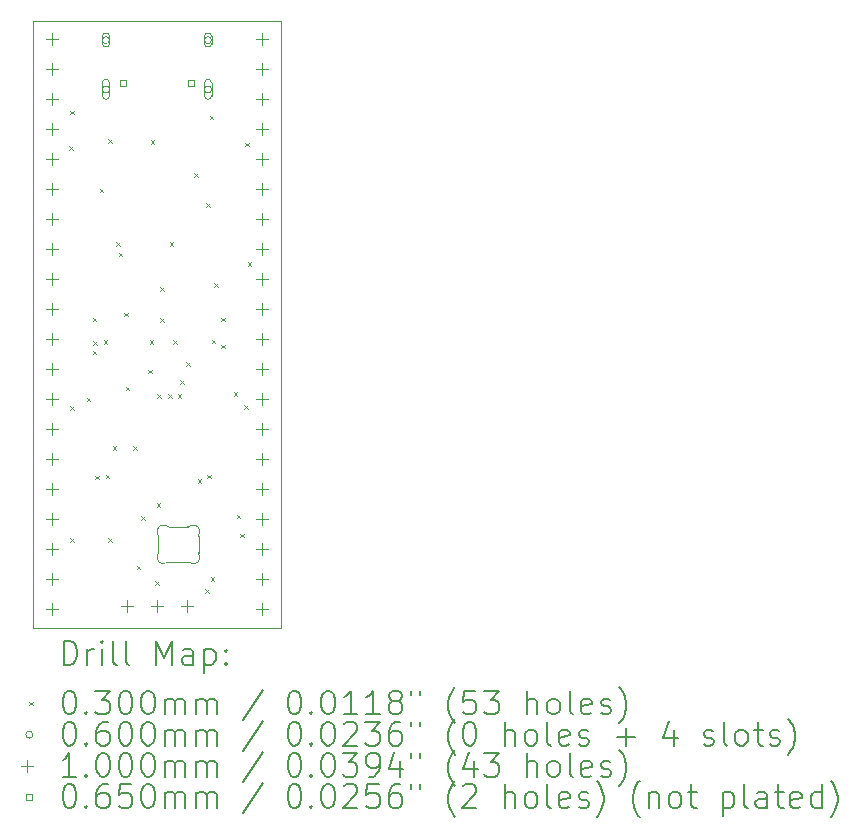
<source format=gbr>
%TF.GenerationSoftware,KiCad,Pcbnew,9.0.6*%
%TF.CreationDate,2026-01-03T15:14:00+00:00*%
%TF.ProjectId,Metaboard,4d657461-626f-4617-9264-2e6b69636164,rev?*%
%TF.SameCoordinates,Original*%
%TF.FileFunction,Drillmap*%
%TF.FilePolarity,Positive*%
%FSLAX45Y45*%
G04 Gerber Fmt 4.5, Leading zero omitted, Abs format (unit mm)*
G04 Created by KiCad (PCBNEW 9.0.6) date 2026-01-03 15:14:00*
%MOMM*%
%LPD*%
G01*
G04 APERTURE LIST*
%ADD10C,0.050000*%
%ADD11C,0.100000*%
%ADD12C,0.200000*%
G04 APERTURE END LIST*
D10*
X10110000Y-6650000D02*
X12210000Y-6650000D01*
X12210000Y-11790000D01*
X10110000Y-11790000D01*
X10110000Y-6650000D01*
D11*
X11170000Y-11014716D02*
X11170000Y-11155284D01*
X11260555Y-11235000D02*
X11419445Y-11235000D01*
X11419445Y-10935000D02*
X11260555Y-10935000D01*
X11510000Y-11155284D02*
X11510000Y-11014716D01*
X11165052Y-10993028D02*
G75*
G02*
X11170000Y-11014716I-45051J-21688D01*
G01*
X11165052Y-10993028D02*
G75*
G02*
X11235329Y-10928170I45052J21688D01*
G01*
X11170000Y-11155284D02*
G75*
G02*
X11165052Y-11176972I-49999J0D01*
G01*
X11235329Y-11241830D02*
G75*
G02*
X11165052Y-11176972I-25226J43170D01*
G01*
X11235329Y-11241830D02*
G75*
G02*
X11260555Y-11235000I25225J-43168D01*
G01*
X11260555Y-10935000D02*
G75*
G02*
X11235329Y-10928170I0J50001D01*
G01*
X11419445Y-11235000D02*
G75*
G02*
X11444671Y-11241830I0J-50001D01*
G01*
X11444671Y-10928170D02*
G75*
G02*
X11419445Y-10935000I-25225J43168D01*
G01*
X11444671Y-10928170D02*
G75*
G02*
X11514948Y-10993028I25226J-43170D01*
G01*
X11510000Y-11014716D02*
G75*
G02*
X11514948Y-10993028I49999J0D01*
G01*
X11514948Y-11176972D02*
G75*
G02*
X11444671Y-11241830I-45052J-21688D01*
G01*
X11514948Y-11176972D02*
G75*
G02*
X11509998Y-11155284I45052J21692D01*
G01*
D12*
D11*
X10415000Y-7715000D02*
X10445000Y-7745000D01*
X10445000Y-7715000D02*
X10415000Y-7745000D01*
X10425000Y-7415000D02*
X10455000Y-7445000D01*
X10455000Y-7415000D02*
X10425000Y-7445000D01*
X10425000Y-9915000D02*
X10455000Y-9945000D01*
X10455000Y-9915000D02*
X10425000Y-9945000D01*
X10425000Y-11035000D02*
X10455000Y-11065000D01*
X10455000Y-11035000D02*
X10425000Y-11065000D01*
X10565000Y-9845000D02*
X10595000Y-9875000D01*
X10595000Y-9845000D02*
X10565000Y-9875000D01*
X10614000Y-9445000D02*
X10644000Y-9475000D01*
X10644000Y-9445000D02*
X10614000Y-9475000D01*
X10615000Y-9165000D02*
X10645000Y-9195000D01*
X10645000Y-9165000D02*
X10615000Y-9195000D01*
X10620043Y-9365228D02*
X10650043Y-9395228D01*
X10650043Y-9365228D02*
X10620043Y-9395228D01*
X10635000Y-10505000D02*
X10665000Y-10535000D01*
X10665000Y-10505000D02*
X10635000Y-10535000D01*
X10675000Y-8075000D02*
X10705000Y-8105000D01*
X10705000Y-8075000D02*
X10675000Y-8105000D01*
X10706000Y-9355000D02*
X10736000Y-9385000D01*
X10736000Y-9355000D02*
X10706000Y-9385000D01*
X10725000Y-10495000D02*
X10755000Y-10525000D01*
X10755000Y-10495000D02*
X10725000Y-10525000D01*
X10745000Y-7655000D02*
X10775000Y-7685000D01*
X10775000Y-7655000D02*
X10745000Y-7685000D01*
X10745000Y-11035000D02*
X10775000Y-11065000D01*
X10775000Y-11035000D02*
X10745000Y-11065000D01*
X10785000Y-10255000D02*
X10815000Y-10285000D01*
X10815000Y-10255000D02*
X10785000Y-10285000D01*
X10815000Y-8525000D02*
X10845000Y-8555000D01*
X10845000Y-8525000D02*
X10815000Y-8555000D01*
X10835000Y-8615000D02*
X10865000Y-8645000D01*
X10865000Y-8615000D02*
X10835000Y-8645000D01*
X10880147Y-9125000D02*
X10910147Y-9155000D01*
X10910147Y-9125000D02*
X10880147Y-9155000D01*
X10893591Y-9750943D02*
X10923591Y-9780943D01*
X10923591Y-9750943D02*
X10893591Y-9780943D01*
X10955000Y-10255000D02*
X10985000Y-10285000D01*
X10985000Y-10255000D02*
X10955000Y-10285000D01*
X10985000Y-11265000D02*
X11015000Y-11295000D01*
X11015000Y-11265000D02*
X10985000Y-11295000D01*
X11025000Y-10845000D02*
X11055000Y-10875000D01*
X11055000Y-10845000D02*
X11025000Y-10875000D01*
X11085000Y-9605000D02*
X11115000Y-9635000D01*
X11115000Y-9605000D02*
X11085000Y-9635000D01*
X11095000Y-9354900D02*
X11125000Y-9384900D01*
X11125000Y-9354900D02*
X11095000Y-9384900D01*
X11105000Y-7665000D02*
X11135000Y-7695000D01*
X11135000Y-7665000D02*
X11105000Y-7695000D01*
X11145000Y-11395000D02*
X11175000Y-11425000D01*
X11175000Y-11395000D02*
X11145000Y-11425000D01*
X11155000Y-10735000D02*
X11185000Y-10765000D01*
X11185000Y-10735000D02*
X11155000Y-10765000D01*
X11160401Y-9815000D02*
X11190401Y-9845000D01*
X11190401Y-9815000D02*
X11160401Y-9845000D01*
X11185000Y-8910000D02*
X11215000Y-8940000D01*
X11215000Y-8910000D02*
X11185000Y-8940000D01*
X11185000Y-9171985D02*
X11215000Y-9201985D01*
X11215000Y-9171985D02*
X11185000Y-9201985D01*
X11255662Y-9815000D02*
X11285662Y-9845000D01*
X11285662Y-9815000D02*
X11255662Y-9845000D01*
X11265000Y-8525000D02*
X11295000Y-8555000D01*
X11295000Y-8525000D02*
X11265000Y-8555000D01*
X11295138Y-9354784D02*
X11325138Y-9384784D01*
X11325138Y-9354784D02*
X11295138Y-9384784D01*
X11335660Y-9815582D02*
X11365660Y-9845582D01*
X11365660Y-9815582D02*
X11335660Y-9845582D01*
X11355000Y-9695000D02*
X11385000Y-9725000D01*
X11385000Y-9695000D02*
X11355000Y-9725000D01*
X11405000Y-9545000D02*
X11435000Y-9575000D01*
X11435000Y-9545000D02*
X11405000Y-9575000D01*
X11475000Y-7945000D02*
X11505000Y-7975000D01*
X11505000Y-7945000D02*
X11475000Y-7975000D01*
X11505000Y-10535000D02*
X11535000Y-10565000D01*
X11535000Y-10535000D02*
X11505000Y-10565000D01*
X11565000Y-11465000D02*
X11595000Y-11495000D01*
X11595000Y-11465000D02*
X11565000Y-11495000D01*
X11575000Y-8195000D02*
X11605000Y-8225000D01*
X11605000Y-8195000D02*
X11575000Y-8225000D01*
X11585000Y-10495000D02*
X11615000Y-10525000D01*
X11615000Y-10495000D02*
X11585000Y-10525000D01*
X11605000Y-7455000D02*
X11635000Y-7485000D01*
X11635000Y-7455000D02*
X11605000Y-7485000D01*
X11615000Y-11365000D02*
X11645000Y-11395000D01*
X11645000Y-11365000D02*
X11615000Y-11395000D01*
X11623000Y-9351000D02*
X11653000Y-9381000D01*
X11653000Y-9351000D02*
X11623000Y-9381000D01*
X11645000Y-8875000D02*
X11675000Y-8905000D01*
X11675000Y-8875000D02*
X11645000Y-8905000D01*
X11700604Y-9165000D02*
X11730604Y-9195000D01*
X11730604Y-9165000D02*
X11700604Y-9195000D01*
X11704000Y-9396000D02*
X11734000Y-9426000D01*
X11734000Y-9396000D02*
X11704000Y-9426000D01*
X11807573Y-9797574D02*
X11837573Y-9827574D01*
X11837573Y-9797574D02*
X11807573Y-9827574D01*
X11835000Y-10835000D02*
X11865000Y-10865000D01*
X11865000Y-10835000D02*
X11835000Y-10865000D01*
X11865000Y-10995000D02*
X11895000Y-11025000D01*
X11895000Y-10995000D02*
X11865000Y-11025000D01*
X11895000Y-9905000D02*
X11925000Y-9935000D01*
X11925000Y-9905000D02*
X11895000Y-9935000D01*
X11905000Y-7685000D02*
X11935000Y-7715000D01*
X11935000Y-7685000D02*
X11905000Y-7715000D01*
X11925000Y-8695000D02*
X11955000Y-8725000D01*
X11955000Y-8695000D02*
X11925000Y-8725000D01*
X10756000Y-6815000D02*
G75*
G02*
X10696000Y-6815000I-30000J0D01*
G01*
X10696000Y-6815000D02*
G75*
G02*
X10756000Y-6815000I30000J0D01*
G01*
X10756000Y-6845000D02*
X10756000Y-6785000D01*
X10696000Y-6785000D02*
G75*
G02*
X10756000Y-6785000I30000J0D01*
G01*
X10696000Y-6785000D02*
X10696000Y-6845000D01*
X10696000Y-6845000D02*
G75*
G03*
X10756000Y-6845000I30000J0D01*
G01*
X10756000Y-7233000D02*
G75*
G02*
X10696000Y-7233000I-30000J0D01*
G01*
X10696000Y-7233000D02*
G75*
G02*
X10756000Y-7233000I30000J0D01*
G01*
X10756000Y-7288000D02*
X10756000Y-7178000D01*
X10696000Y-7178000D02*
G75*
G02*
X10756000Y-7178000I30000J0D01*
G01*
X10696000Y-7178000D02*
X10696000Y-7288000D01*
X10696000Y-7288000D02*
G75*
G03*
X10756000Y-7288000I30000J0D01*
G01*
X11620000Y-6815000D02*
G75*
G02*
X11560000Y-6815000I-30000J0D01*
G01*
X11560000Y-6815000D02*
G75*
G02*
X11620000Y-6815000I30000J0D01*
G01*
X11620000Y-6845000D02*
X11620000Y-6785000D01*
X11560000Y-6785000D02*
G75*
G02*
X11620000Y-6785000I30000J0D01*
G01*
X11560000Y-6785000D02*
X11560000Y-6845000D01*
X11560000Y-6845000D02*
G75*
G03*
X11620000Y-6845000I30000J0D01*
G01*
X11620000Y-7233000D02*
G75*
G02*
X11560000Y-7233000I-30000J0D01*
G01*
X11560000Y-7233000D02*
G75*
G02*
X11620000Y-7233000I30000J0D01*
G01*
X11620000Y-7288000D02*
X11620000Y-7178000D01*
X11560000Y-7178000D02*
G75*
G02*
X11620000Y-7178000I30000J0D01*
G01*
X11560000Y-7178000D02*
X11560000Y-7288000D01*
X11560000Y-7288000D02*
G75*
G03*
X11620000Y-7288000I30000J0D01*
G01*
X10271000Y-6757000D02*
X10271000Y-6857000D01*
X10221000Y-6807000D02*
X10321000Y-6807000D01*
X10271000Y-7011000D02*
X10271000Y-7111000D01*
X10221000Y-7061000D02*
X10321000Y-7061000D01*
X10271000Y-7265000D02*
X10271000Y-7365000D01*
X10221000Y-7315000D02*
X10321000Y-7315000D01*
X10271000Y-7519000D02*
X10271000Y-7619000D01*
X10221000Y-7569000D02*
X10321000Y-7569000D01*
X10271000Y-7773000D02*
X10271000Y-7873000D01*
X10221000Y-7823000D02*
X10321000Y-7823000D01*
X10271000Y-8027000D02*
X10271000Y-8127000D01*
X10221000Y-8077000D02*
X10321000Y-8077000D01*
X10271000Y-8281000D02*
X10271000Y-8381000D01*
X10221000Y-8331000D02*
X10321000Y-8331000D01*
X10271000Y-8535000D02*
X10271000Y-8635000D01*
X10221000Y-8585000D02*
X10321000Y-8585000D01*
X10271000Y-8789000D02*
X10271000Y-8889000D01*
X10221000Y-8839000D02*
X10321000Y-8839000D01*
X10271000Y-9043000D02*
X10271000Y-9143000D01*
X10221000Y-9093000D02*
X10321000Y-9093000D01*
X10271000Y-9297000D02*
X10271000Y-9397000D01*
X10221000Y-9347000D02*
X10321000Y-9347000D01*
X10271000Y-9551000D02*
X10271000Y-9651000D01*
X10221000Y-9601000D02*
X10321000Y-9601000D01*
X10271000Y-9805000D02*
X10271000Y-9905000D01*
X10221000Y-9855000D02*
X10321000Y-9855000D01*
X10271000Y-10059000D02*
X10271000Y-10159000D01*
X10221000Y-10109000D02*
X10321000Y-10109000D01*
X10271000Y-10313000D02*
X10271000Y-10413000D01*
X10221000Y-10363000D02*
X10321000Y-10363000D01*
X10271000Y-10567000D02*
X10271000Y-10667000D01*
X10221000Y-10617000D02*
X10321000Y-10617000D01*
X10271000Y-10821000D02*
X10271000Y-10921000D01*
X10221000Y-10871000D02*
X10321000Y-10871000D01*
X10271000Y-11075000D02*
X10271000Y-11175000D01*
X10221000Y-11125000D02*
X10321000Y-11125000D01*
X10271000Y-11329000D02*
X10271000Y-11429000D01*
X10221000Y-11379000D02*
X10321000Y-11379000D01*
X10271000Y-11583000D02*
X10271000Y-11683000D01*
X10221000Y-11633000D02*
X10321000Y-11633000D01*
X10906000Y-11559000D02*
X10906000Y-11659000D01*
X10856000Y-11609000D02*
X10956000Y-11609000D01*
X11160000Y-11559000D02*
X11160000Y-11659000D01*
X11110000Y-11609000D02*
X11210000Y-11609000D01*
X11414000Y-11559000D02*
X11414000Y-11659000D01*
X11364000Y-11609000D02*
X11464000Y-11609000D01*
X12049000Y-6757000D02*
X12049000Y-6857000D01*
X11999000Y-6807000D02*
X12099000Y-6807000D01*
X12049000Y-7011000D02*
X12049000Y-7111000D01*
X11999000Y-7061000D02*
X12099000Y-7061000D01*
X12049000Y-7265000D02*
X12049000Y-7365000D01*
X11999000Y-7315000D02*
X12099000Y-7315000D01*
X12049000Y-7519000D02*
X12049000Y-7619000D01*
X11999000Y-7569000D02*
X12099000Y-7569000D01*
X12049000Y-7773000D02*
X12049000Y-7873000D01*
X11999000Y-7823000D02*
X12099000Y-7823000D01*
X12049000Y-8027000D02*
X12049000Y-8127000D01*
X11999000Y-8077000D02*
X12099000Y-8077000D01*
X12049000Y-8281000D02*
X12049000Y-8381000D01*
X11999000Y-8331000D02*
X12099000Y-8331000D01*
X12049000Y-8535000D02*
X12049000Y-8635000D01*
X11999000Y-8585000D02*
X12099000Y-8585000D01*
X12049000Y-8789000D02*
X12049000Y-8889000D01*
X11999000Y-8839000D02*
X12099000Y-8839000D01*
X12049000Y-9043000D02*
X12049000Y-9143000D01*
X11999000Y-9093000D02*
X12099000Y-9093000D01*
X12049000Y-9297000D02*
X12049000Y-9397000D01*
X11999000Y-9347000D02*
X12099000Y-9347000D01*
X12049000Y-9551000D02*
X12049000Y-9651000D01*
X11999000Y-9601000D02*
X12099000Y-9601000D01*
X12049000Y-9805000D02*
X12049000Y-9905000D01*
X11999000Y-9855000D02*
X12099000Y-9855000D01*
X12049000Y-10059000D02*
X12049000Y-10159000D01*
X11999000Y-10109000D02*
X12099000Y-10109000D01*
X12049000Y-10313000D02*
X12049000Y-10413000D01*
X11999000Y-10363000D02*
X12099000Y-10363000D01*
X12049000Y-10567000D02*
X12049000Y-10667000D01*
X11999000Y-10617000D02*
X12099000Y-10617000D01*
X12049000Y-10821000D02*
X12049000Y-10921000D01*
X11999000Y-10871000D02*
X12099000Y-10871000D01*
X12049000Y-11075000D02*
X12049000Y-11175000D01*
X11999000Y-11125000D02*
X12099000Y-11125000D01*
X12049000Y-11329000D02*
X12049000Y-11429000D01*
X11999000Y-11379000D02*
X12099000Y-11379000D01*
X12049000Y-11583000D02*
X12049000Y-11683000D01*
X11999000Y-11633000D02*
X12099000Y-11633000D01*
X10891981Y-7202981D02*
X10891981Y-7157019D01*
X10846019Y-7157019D01*
X10846019Y-7202981D01*
X10891981Y-7202981D01*
X11469981Y-7202981D02*
X11469981Y-7157019D01*
X11424019Y-7157019D01*
X11424019Y-7202981D01*
X11469981Y-7202981D01*
D12*
X10368277Y-12103984D02*
X10368277Y-11903984D01*
X10368277Y-11903984D02*
X10415896Y-11903984D01*
X10415896Y-11903984D02*
X10444467Y-11913508D01*
X10444467Y-11913508D02*
X10463515Y-11932555D01*
X10463515Y-11932555D02*
X10473039Y-11951603D01*
X10473039Y-11951603D02*
X10482563Y-11989698D01*
X10482563Y-11989698D02*
X10482563Y-12018269D01*
X10482563Y-12018269D02*
X10473039Y-12056365D01*
X10473039Y-12056365D02*
X10463515Y-12075412D01*
X10463515Y-12075412D02*
X10444467Y-12094460D01*
X10444467Y-12094460D02*
X10415896Y-12103984D01*
X10415896Y-12103984D02*
X10368277Y-12103984D01*
X10568277Y-12103984D02*
X10568277Y-11970650D01*
X10568277Y-12008746D02*
X10577801Y-11989698D01*
X10577801Y-11989698D02*
X10587324Y-11980174D01*
X10587324Y-11980174D02*
X10606372Y-11970650D01*
X10606372Y-11970650D02*
X10625420Y-11970650D01*
X10692086Y-12103984D02*
X10692086Y-11970650D01*
X10692086Y-11903984D02*
X10682563Y-11913508D01*
X10682563Y-11913508D02*
X10692086Y-11923031D01*
X10692086Y-11923031D02*
X10701610Y-11913508D01*
X10701610Y-11913508D02*
X10692086Y-11903984D01*
X10692086Y-11903984D02*
X10692086Y-11923031D01*
X10815896Y-12103984D02*
X10796848Y-12094460D01*
X10796848Y-12094460D02*
X10787324Y-12075412D01*
X10787324Y-12075412D02*
X10787324Y-11903984D01*
X10920658Y-12103984D02*
X10901610Y-12094460D01*
X10901610Y-12094460D02*
X10892086Y-12075412D01*
X10892086Y-12075412D02*
X10892086Y-11903984D01*
X11149229Y-12103984D02*
X11149229Y-11903984D01*
X11149229Y-11903984D02*
X11215896Y-12046841D01*
X11215896Y-12046841D02*
X11282562Y-11903984D01*
X11282562Y-11903984D02*
X11282562Y-12103984D01*
X11463515Y-12103984D02*
X11463515Y-11999222D01*
X11463515Y-11999222D02*
X11453991Y-11980174D01*
X11453991Y-11980174D02*
X11434943Y-11970650D01*
X11434943Y-11970650D02*
X11396848Y-11970650D01*
X11396848Y-11970650D02*
X11377801Y-11980174D01*
X11463515Y-12094460D02*
X11444467Y-12103984D01*
X11444467Y-12103984D02*
X11396848Y-12103984D01*
X11396848Y-12103984D02*
X11377801Y-12094460D01*
X11377801Y-12094460D02*
X11368277Y-12075412D01*
X11368277Y-12075412D02*
X11368277Y-12056365D01*
X11368277Y-12056365D02*
X11377801Y-12037317D01*
X11377801Y-12037317D02*
X11396848Y-12027793D01*
X11396848Y-12027793D02*
X11444467Y-12027793D01*
X11444467Y-12027793D02*
X11463515Y-12018269D01*
X11558753Y-11970650D02*
X11558753Y-12170650D01*
X11558753Y-11980174D02*
X11577801Y-11970650D01*
X11577801Y-11970650D02*
X11615896Y-11970650D01*
X11615896Y-11970650D02*
X11634943Y-11980174D01*
X11634943Y-11980174D02*
X11644467Y-11989698D01*
X11644467Y-11989698D02*
X11653991Y-12008746D01*
X11653991Y-12008746D02*
X11653991Y-12065888D01*
X11653991Y-12065888D02*
X11644467Y-12084936D01*
X11644467Y-12084936D02*
X11634943Y-12094460D01*
X11634943Y-12094460D02*
X11615896Y-12103984D01*
X11615896Y-12103984D02*
X11577801Y-12103984D01*
X11577801Y-12103984D02*
X11558753Y-12094460D01*
X11739705Y-12084936D02*
X11749229Y-12094460D01*
X11749229Y-12094460D02*
X11739705Y-12103984D01*
X11739705Y-12103984D02*
X11730182Y-12094460D01*
X11730182Y-12094460D02*
X11739705Y-12084936D01*
X11739705Y-12084936D02*
X11739705Y-12103984D01*
X11739705Y-11980174D02*
X11749229Y-11989698D01*
X11749229Y-11989698D02*
X11739705Y-11999222D01*
X11739705Y-11999222D02*
X11730182Y-11989698D01*
X11730182Y-11989698D02*
X11739705Y-11980174D01*
X11739705Y-11980174D02*
X11739705Y-11999222D01*
D11*
X10077500Y-12417500D02*
X10107500Y-12447500D01*
X10107500Y-12417500D02*
X10077500Y-12447500D01*
D12*
X10406372Y-12323984D02*
X10425420Y-12323984D01*
X10425420Y-12323984D02*
X10444467Y-12333508D01*
X10444467Y-12333508D02*
X10453991Y-12343031D01*
X10453991Y-12343031D02*
X10463515Y-12362079D01*
X10463515Y-12362079D02*
X10473039Y-12400174D01*
X10473039Y-12400174D02*
X10473039Y-12447793D01*
X10473039Y-12447793D02*
X10463515Y-12485888D01*
X10463515Y-12485888D02*
X10453991Y-12504936D01*
X10453991Y-12504936D02*
X10444467Y-12514460D01*
X10444467Y-12514460D02*
X10425420Y-12523984D01*
X10425420Y-12523984D02*
X10406372Y-12523984D01*
X10406372Y-12523984D02*
X10387324Y-12514460D01*
X10387324Y-12514460D02*
X10377801Y-12504936D01*
X10377801Y-12504936D02*
X10368277Y-12485888D01*
X10368277Y-12485888D02*
X10358753Y-12447793D01*
X10358753Y-12447793D02*
X10358753Y-12400174D01*
X10358753Y-12400174D02*
X10368277Y-12362079D01*
X10368277Y-12362079D02*
X10377801Y-12343031D01*
X10377801Y-12343031D02*
X10387324Y-12333508D01*
X10387324Y-12333508D02*
X10406372Y-12323984D01*
X10558753Y-12504936D02*
X10568277Y-12514460D01*
X10568277Y-12514460D02*
X10558753Y-12523984D01*
X10558753Y-12523984D02*
X10549229Y-12514460D01*
X10549229Y-12514460D02*
X10558753Y-12504936D01*
X10558753Y-12504936D02*
X10558753Y-12523984D01*
X10634944Y-12323984D02*
X10758753Y-12323984D01*
X10758753Y-12323984D02*
X10692086Y-12400174D01*
X10692086Y-12400174D02*
X10720658Y-12400174D01*
X10720658Y-12400174D02*
X10739705Y-12409698D01*
X10739705Y-12409698D02*
X10749229Y-12419222D01*
X10749229Y-12419222D02*
X10758753Y-12438269D01*
X10758753Y-12438269D02*
X10758753Y-12485888D01*
X10758753Y-12485888D02*
X10749229Y-12504936D01*
X10749229Y-12504936D02*
X10739705Y-12514460D01*
X10739705Y-12514460D02*
X10720658Y-12523984D01*
X10720658Y-12523984D02*
X10663515Y-12523984D01*
X10663515Y-12523984D02*
X10644467Y-12514460D01*
X10644467Y-12514460D02*
X10634944Y-12504936D01*
X10882563Y-12323984D02*
X10901610Y-12323984D01*
X10901610Y-12323984D02*
X10920658Y-12333508D01*
X10920658Y-12333508D02*
X10930182Y-12343031D01*
X10930182Y-12343031D02*
X10939705Y-12362079D01*
X10939705Y-12362079D02*
X10949229Y-12400174D01*
X10949229Y-12400174D02*
X10949229Y-12447793D01*
X10949229Y-12447793D02*
X10939705Y-12485888D01*
X10939705Y-12485888D02*
X10930182Y-12504936D01*
X10930182Y-12504936D02*
X10920658Y-12514460D01*
X10920658Y-12514460D02*
X10901610Y-12523984D01*
X10901610Y-12523984D02*
X10882563Y-12523984D01*
X10882563Y-12523984D02*
X10863515Y-12514460D01*
X10863515Y-12514460D02*
X10853991Y-12504936D01*
X10853991Y-12504936D02*
X10844467Y-12485888D01*
X10844467Y-12485888D02*
X10834944Y-12447793D01*
X10834944Y-12447793D02*
X10834944Y-12400174D01*
X10834944Y-12400174D02*
X10844467Y-12362079D01*
X10844467Y-12362079D02*
X10853991Y-12343031D01*
X10853991Y-12343031D02*
X10863515Y-12333508D01*
X10863515Y-12333508D02*
X10882563Y-12323984D01*
X11073039Y-12323984D02*
X11092086Y-12323984D01*
X11092086Y-12323984D02*
X11111134Y-12333508D01*
X11111134Y-12333508D02*
X11120658Y-12343031D01*
X11120658Y-12343031D02*
X11130182Y-12362079D01*
X11130182Y-12362079D02*
X11139705Y-12400174D01*
X11139705Y-12400174D02*
X11139705Y-12447793D01*
X11139705Y-12447793D02*
X11130182Y-12485888D01*
X11130182Y-12485888D02*
X11120658Y-12504936D01*
X11120658Y-12504936D02*
X11111134Y-12514460D01*
X11111134Y-12514460D02*
X11092086Y-12523984D01*
X11092086Y-12523984D02*
X11073039Y-12523984D01*
X11073039Y-12523984D02*
X11053991Y-12514460D01*
X11053991Y-12514460D02*
X11044467Y-12504936D01*
X11044467Y-12504936D02*
X11034944Y-12485888D01*
X11034944Y-12485888D02*
X11025420Y-12447793D01*
X11025420Y-12447793D02*
X11025420Y-12400174D01*
X11025420Y-12400174D02*
X11034944Y-12362079D01*
X11034944Y-12362079D02*
X11044467Y-12343031D01*
X11044467Y-12343031D02*
X11053991Y-12333508D01*
X11053991Y-12333508D02*
X11073039Y-12323984D01*
X11225420Y-12523984D02*
X11225420Y-12390650D01*
X11225420Y-12409698D02*
X11234943Y-12400174D01*
X11234943Y-12400174D02*
X11253991Y-12390650D01*
X11253991Y-12390650D02*
X11282563Y-12390650D01*
X11282563Y-12390650D02*
X11301610Y-12400174D01*
X11301610Y-12400174D02*
X11311134Y-12419222D01*
X11311134Y-12419222D02*
X11311134Y-12523984D01*
X11311134Y-12419222D02*
X11320658Y-12400174D01*
X11320658Y-12400174D02*
X11339705Y-12390650D01*
X11339705Y-12390650D02*
X11368277Y-12390650D01*
X11368277Y-12390650D02*
X11387324Y-12400174D01*
X11387324Y-12400174D02*
X11396848Y-12419222D01*
X11396848Y-12419222D02*
X11396848Y-12523984D01*
X11492086Y-12523984D02*
X11492086Y-12390650D01*
X11492086Y-12409698D02*
X11501610Y-12400174D01*
X11501610Y-12400174D02*
X11520658Y-12390650D01*
X11520658Y-12390650D02*
X11549229Y-12390650D01*
X11549229Y-12390650D02*
X11568277Y-12400174D01*
X11568277Y-12400174D02*
X11577801Y-12419222D01*
X11577801Y-12419222D02*
X11577801Y-12523984D01*
X11577801Y-12419222D02*
X11587324Y-12400174D01*
X11587324Y-12400174D02*
X11606372Y-12390650D01*
X11606372Y-12390650D02*
X11634943Y-12390650D01*
X11634943Y-12390650D02*
X11653991Y-12400174D01*
X11653991Y-12400174D02*
X11663515Y-12419222D01*
X11663515Y-12419222D02*
X11663515Y-12523984D01*
X12053991Y-12314460D02*
X11882563Y-12571603D01*
X12311134Y-12323984D02*
X12330182Y-12323984D01*
X12330182Y-12323984D02*
X12349229Y-12333508D01*
X12349229Y-12333508D02*
X12358753Y-12343031D01*
X12358753Y-12343031D02*
X12368277Y-12362079D01*
X12368277Y-12362079D02*
X12377801Y-12400174D01*
X12377801Y-12400174D02*
X12377801Y-12447793D01*
X12377801Y-12447793D02*
X12368277Y-12485888D01*
X12368277Y-12485888D02*
X12358753Y-12504936D01*
X12358753Y-12504936D02*
X12349229Y-12514460D01*
X12349229Y-12514460D02*
X12330182Y-12523984D01*
X12330182Y-12523984D02*
X12311134Y-12523984D01*
X12311134Y-12523984D02*
X12292086Y-12514460D01*
X12292086Y-12514460D02*
X12282563Y-12504936D01*
X12282563Y-12504936D02*
X12273039Y-12485888D01*
X12273039Y-12485888D02*
X12263515Y-12447793D01*
X12263515Y-12447793D02*
X12263515Y-12400174D01*
X12263515Y-12400174D02*
X12273039Y-12362079D01*
X12273039Y-12362079D02*
X12282563Y-12343031D01*
X12282563Y-12343031D02*
X12292086Y-12333508D01*
X12292086Y-12333508D02*
X12311134Y-12323984D01*
X12463515Y-12504936D02*
X12473039Y-12514460D01*
X12473039Y-12514460D02*
X12463515Y-12523984D01*
X12463515Y-12523984D02*
X12453991Y-12514460D01*
X12453991Y-12514460D02*
X12463515Y-12504936D01*
X12463515Y-12504936D02*
X12463515Y-12523984D01*
X12596848Y-12323984D02*
X12615896Y-12323984D01*
X12615896Y-12323984D02*
X12634944Y-12333508D01*
X12634944Y-12333508D02*
X12644467Y-12343031D01*
X12644467Y-12343031D02*
X12653991Y-12362079D01*
X12653991Y-12362079D02*
X12663515Y-12400174D01*
X12663515Y-12400174D02*
X12663515Y-12447793D01*
X12663515Y-12447793D02*
X12653991Y-12485888D01*
X12653991Y-12485888D02*
X12644467Y-12504936D01*
X12644467Y-12504936D02*
X12634944Y-12514460D01*
X12634944Y-12514460D02*
X12615896Y-12523984D01*
X12615896Y-12523984D02*
X12596848Y-12523984D01*
X12596848Y-12523984D02*
X12577801Y-12514460D01*
X12577801Y-12514460D02*
X12568277Y-12504936D01*
X12568277Y-12504936D02*
X12558753Y-12485888D01*
X12558753Y-12485888D02*
X12549229Y-12447793D01*
X12549229Y-12447793D02*
X12549229Y-12400174D01*
X12549229Y-12400174D02*
X12558753Y-12362079D01*
X12558753Y-12362079D02*
X12568277Y-12343031D01*
X12568277Y-12343031D02*
X12577801Y-12333508D01*
X12577801Y-12333508D02*
X12596848Y-12323984D01*
X12853991Y-12523984D02*
X12739706Y-12523984D01*
X12796848Y-12523984D02*
X12796848Y-12323984D01*
X12796848Y-12323984D02*
X12777801Y-12352555D01*
X12777801Y-12352555D02*
X12758753Y-12371603D01*
X12758753Y-12371603D02*
X12739706Y-12381127D01*
X13044467Y-12523984D02*
X12930182Y-12523984D01*
X12987325Y-12523984D02*
X12987325Y-12323984D01*
X12987325Y-12323984D02*
X12968277Y-12352555D01*
X12968277Y-12352555D02*
X12949229Y-12371603D01*
X12949229Y-12371603D02*
X12930182Y-12381127D01*
X13158753Y-12409698D02*
X13139706Y-12400174D01*
X13139706Y-12400174D02*
X13130182Y-12390650D01*
X13130182Y-12390650D02*
X13120658Y-12371603D01*
X13120658Y-12371603D02*
X13120658Y-12362079D01*
X13120658Y-12362079D02*
X13130182Y-12343031D01*
X13130182Y-12343031D02*
X13139706Y-12333508D01*
X13139706Y-12333508D02*
X13158753Y-12323984D01*
X13158753Y-12323984D02*
X13196848Y-12323984D01*
X13196848Y-12323984D02*
X13215896Y-12333508D01*
X13215896Y-12333508D02*
X13225420Y-12343031D01*
X13225420Y-12343031D02*
X13234944Y-12362079D01*
X13234944Y-12362079D02*
X13234944Y-12371603D01*
X13234944Y-12371603D02*
X13225420Y-12390650D01*
X13225420Y-12390650D02*
X13215896Y-12400174D01*
X13215896Y-12400174D02*
X13196848Y-12409698D01*
X13196848Y-12409698D02*
X13158753Y-12409698D01*
X13158753Y-12409698D02*
X13139706Y-12419222D01*
X13139706Y-12419222D02*
X13130182Y-12428746D01*
X13130182Y-12428746D02*
X13120658Y-12447793D01*
X13120658Y-12447793D02*
X13120658Y-12485888D01*
X13120658Y-12485888D02*
X13130182Y-12504936D01*
X13130182Y-12504936D02*
X13139706Y-12514460D01*
X13139706Y-12514460D02*
X13158753Y-12523984D01*
X13158753Y-12523984D02*
X13196848Y-12523984D01*
X13196848Y-12523984D02*
X13215896Y-12514460D01*
X13215896Y-12514460D02*
X13225420Y-12504936D01*
X13225420Y-12504936D02*
X13234944Y-12485888D01*
X13234944Y-12485888D02*
X13234944Y-12447793D01*
X13234944Y-12447793D02*
X13225420Y-12428746D01*
X13225420Y-12428746D02*
X13215896Y-12419222D01*
X13215896Y-12419222D02*
X13196848Y-12409698D01*
X13311134Y-12323984D02*
X13311134Y-12362079D01*
X13387325Y-12323984D02*
X13387325Y-12362079D01*
X13682563Y-12600174D02*
X13673039Y-12590650D01*
X13673039Y-12590650D02*
X13653991Y-12562079D01*
X13653991Y-12562079D02*
X13644468Y-12543031D01*
X13644468Y-12543031D02*
X13634944Y-12514460D01*
X13634944Y-12514460D02*
X13625420Y-12466841D01*
X13625420Y-12466841D02*
X13625420Y-12428746D01*
X13625420Y-12428746D02*
X13634944Y-12381127D01*
X13634944Y-12381127D02*
X13644468Y-12352555D01*
X13644468Y-12352555D02*
X13653991Y-12333508D01*
X13653991Y-12333508D02*
X13673039Y-12304936D01*
X13673039Y-12304936D02*
X13682563Y-12295412D01*
X13853991Y-12323984D02*
X13758753Y-12323984D01*
X13758753Y-12323984D02*
X13749229Y-12419222D01*
X13749229Y-12419222D02*
X13758753Y-12409698D01*
X13758753Y-12409698D02*
X13777801Y-12400174D01*
X13777801Y-12400174D02*
X13825420Y-12400174D01*
X13825420Y-12400174D02*
X13844468Y-12409698D01*
X13844468Y-12409698D02*
X13853991Y-12419222D01*
X13853991Y-12419222D02*
X13863515Y-12438269D01*
X13863515Y-12438269D02*
X13863515Y-12485888D01*
X13863515Y-12485888D02*
X13853991Y-12504936D01*
X13853991Y-12504936D02*
X13844468Y-12514460D01*
X13844468Y-12514460D02*
X13825420Y-12523984D01*
X13825420Y-12523984D02*
X13777801Y-12523984D01*
X13777801Y-12523984D02*
X13758753Y-12514460D01*
X13758753Y-12514460D02*
X13749229Y-12504936D01*
X13930182Y-12323984D02*
X14053991Y-12323984D01*
X14053991Y-12323984D02*
X13987325Y-12400174D01*
X13987325Y-12400174D02*
X14015896Y-12400174D01*
X14015896Y-12400174D02*
X14034944Y-12409698D01*
X14034944Y-12409698D02*
X14044468Y-12419222D01*
X14044468Y-12419222D02*
X14053991Y-12438269D01*
X14053991Y-12438269D02*
X14053991Y-12485888D01*
X14053991Y-12485888D02*
X14044468Y-12504936D01*
X14044468Y-12504936D02*
X14034944Y-12514460D01*
X14034944Y-12514460D02*
X14015896Y-12523984D01*
X14015896Y-12523984D02*
X13958753Y-12523984D01*
X13958753Y-12523984D02*
X13939706Y-12514460D01*
X13939706Y-12514460D02*
X13930182Y-12504936D01*
X14292087Y-12523984D02*
X14292087Y-12323984D01*
X14377801Y-12523984D02*
X14377801Y-12419222D01*
X14377801Y-12419222D02*
X14368277Y-12400174D01*
X14368277Y-12400174D02*
X14349230Y-12390650D01*
X14349230Y-12390650D02*
X14320658Y-12390650D01*
X14320658Y-12390650D02*
X14301610Y-12400174D01*
X14301610Y-12400174D02*
X14292087Y-12409698D01*
X14501610Y-12523984D02*
X14482563Y-12514460D01*
X14482563Y-12514460D02*
X14473039Y-12504936D01*
X14473039Y-12504936D02*
X14463515Y-12485888D01*
X14463515Y-12485888D02*
X14463515Y-12428746D01*
X14463515Y-12428746D02*
X14473039Y-12409698D01*
X14473039Y-12409698D02*
X14482563Y-12400174D01*
X14482563Y-12400174D02*
X14501610Y-12390650D01*
X14501610Y-12390650D02*
X14530182Y-12390650D01*
X14530182Y-12390650D02*
X14549230Y-12400174D01*
X14549230Y-12400174D02*
X14558753Y-12409698D01*
X14558753Y-12409698D02*
X14568277Y-12428746D01*
X14568277Y-12428746D02*
X14568277Y-12485888D01*
X14568277Y-12485888D02*
X14558753Y-12504936D01*
X14558753Y-12504936D02*
X14549230Y-12514460D01*
X14549230Y-12514460D02*
X14530182Y-12523984D01*
X14530182Y-12523984D02*
X14501610Y-12523984D01*
X14682563Y-12523984D02*
X14663515Y-12514460D01*
X14663515Y-12514460D02*
X14653991Y-12495412D01*
X14653991Y-12495412D02*
X14653991Y-12323984D01*
X14834944Y-12514460D02*
X14815896Y-12523984D01*
X14815896Y-12523984D02*
X14777801Y-12523984D01*
X14777801Y-12523984D02*
X14758753Y-12514460D01*
X14758753Y-12514460D02*
X14749230Y-12495412D01*
X14749230Y-12495412D02*
X14749230Y-12419222D01*
X14749230Y-12419222D02*
X14758753Y-12400174D01*
X14758753Y-12400174D02*
X14777801Y-12390650D01*
X14777801Y-12390650D02*
X14815896Y-12390650D01*
X14815896Y-12390650D02*
X14834944Y-12400174D01*
X14834944Y-12400174D02*
X14844468Y-12419222D01*
X14844468Y-12419222D02*
X14844468Y-12438269D01*
X14844468Y-12438269D02*
X14749230Y-12457317D01*
X14920658Y-12514460D02*
X14939706Y-12523984D01*
X14939706Y-12523984D02*
X14977801Y-12523984D01*
X14977801Y-12523984D02*
X14996849Y-12514460D01*
X14996849Y-12514460D02*
X15006372Y-12495412D01*
X15006372Y-12495412D02*
X15006372Y-12485888D01*
X15006372Y-12485888D02*
X14996849Y-12466841D01*
X14996849Y-12466841D02*
X14977801Y-12457317D01*
X14977801Y-12457317D02*
X14949230Y-12457317D01*
X14949230Y-12457317D02*
X14930182Y-12447793D01*
X14930182Y-12447793D02*
X14920658Y-12428746D01*
X14920658Y-12428746D02*
X14920658Y-12419222D01*
X14920658Y-12419222D02*
X14930182Y-12400174D01*
X14930182Y-12400174D02*
X14949230Y-12390650D01*
X14949230Y-12390650D02*
X14977801Y-12390650D01*
X14977801Y-12390650D02*
X14996849Y-12400174D01*
X15073039Y-12600174D02*
X15082563Y-12590650D01*
X15082563Y-12590650D02*
X15101611Y-12562079D01*
X15101611Y-12562079D02*
X15111134Y-12543031D01*
X15111134Y-12543031D02*
X15120658Y-12514460D01*
X15120658Y-12514460D02*
X15130182Y-12466841D01*
X15130182Y-12466841D02*
X15130182Y-12428746D01*
X15130182Y-12428746D02*
X15120658Y-12381127D01*
X15120658Y-12381127D02*
X15111134Y-12352555D01*
X15111134Y-12352555D02*
X15101611Y-12333508D01*
X15101611Y-12333508D02*
X15082563Y-12304936D01*
X15082563Y-12304936D02*
X15073039Y-12295412D01*
D11*
X10107500Y-12696500D02*
G75*
G02*
X10047500Y-12696500I-30000J0D01*
G01*
X10047500Y-12696500D02*
G75*
G02*
X10107500Y-12696500I30000J0D01*
G01*
D12*
X10406372Y-12587984D02*
X10425420Y-12587984D01*
X10425420Y-12587984D02*
X10444467Y-12597508D01*
X10444467Y-12597508D02*
X10453991Y-12607031D01*
X10453991Y-12607031D02*
X10463515Y-12626079D01*
X10463515Y-12626079D02*
X10473039Y-12664174D01*
X10473039Y-12664174D02*
X10473039Y-12711793D01*
X10473039Y-12711793D02*
X10463515Y-12749888D01*
X10463515Y-12749888D02*
X10453991Y-12768936D01*
X10453991Y-12768936D02*
X10444467Y-12778460D01*
X10444467Y-12778460D02*
X10425420Y-12787984D01*
X10425420Y-12787984D02*
X10406372Y-12787984D01*
X10406372Y-12787984D02*
X10387324Y-12778460D01*
X10387324Y-12778460D02*
X10377801Y-12768936D01*
X10377801Y-12768936D02*
X10368277Y-12749888D01*
X10368277Y-12749888D02*
X10358753Y-12711793D01*
X10358753Y-12711793D02*
X10358753Y-12664174D01*
X10358753Y-12664174D02*
X10368277Y-12626079D01*
X10368277Y-12626079D02*
X10377801Y-12607031D01*
X10377801Y-12607031D02*
X10387324Y-12597508D01*
X10387324Y-12597508D02*
X10406372Y-12587984D01*
X10558753Y-12768936D02*
X10568277Y-12778460D01*
X10568277Y-12778460D02*
X10558753Y-12787984D01*
X10558753Y-12787984D02*
X10549229Y-12778460D01*
X10549229Y-12778460D02*
X10558753Y-12768936D01*
X10558753Y-12768936D02*
X10558753Y-12787984D01*
X10739705Y-12587984D02*
X10701610Y-12587984D01*
X10701610Y-12587984D02*
X10682563Y-12597508D01*
X10682563Y-12597508D02*
X10673039Y-12607031D01*
X10673039Y-12607031D02*
X10653991Y-12635603D01*
X10653991Y-12635603D02*
X10644467Y-12673698D01*
X10644467Y-12673698D02*
X10644467Y-12749888D01*
X10644467Y-12749888D02*
X10653991Y-12768936D01*
X10653991Y-12768936D02*
X10663515Y-12778460D01*
X10663515Y-12778460D02*
X10682563Y-12787984D01*
X10682563Y-12787984D02*
X10720658Y-12787984D01*
X10720658Y-12787984D02*
X10739705Y-12778460D01*
X10739705Y-12778460D02*
X10749229Y-12768936D01*
X10749229Y-12768936D02*
X10758753Y-12749888D01*
X10758753Y-12749888D02*
X10758753Y-12702269D01*
X10758753Y-12702269D02*
X10749229Y-12683222D01*
X10749229Y-12683222D02*
X10739705Y-12673698D01*
X10739705Y-12673698D02*
X10720658Y-12664174D01*
X10720658Y-12664174D02*
X10682563Y-12664174D01*
X10682563Y-12664174D02*
X10663515Y-12673698D01*
X10663515Y-12673698D02*
X10653991Y-12683222D01*
X10653991Y-12683222D02*
X10644467Y-12702269D01*
X10882563Y-12587984D02*
X10901610Y-12587984D01*
X10901610Y-12587984D02*
X10920658Y-12597508D01*
X10920658Y-12597508D02*
X10930182Y-12607031D01*
X10930182Y-12607031D02*
X10939705Y-12626079D01*
X10939705Y-12626079D02*
X10949229Y-12664174D01*
X10949229Y-12664174D02*
X10949229Y-12711793D01*
X10949229Y-12711793D02*
X10939705Y-12749888D01*
X10939705Y-12749888D02*
X10930182Y-12768936D01*
X10930182Y-12768936D02*
X10920658Y-12778460D01*
X10920658Y-12778460D02*
X10901610Y-12787984D01*
X10901610Y-12787984D02*
X10882563Y-12787984D01*
X10882563Y-12787984D02*
X10863515Y-12778460D01*
X10863515Y-12778460D02*
X10853991Y-12768936D01*
X10853991Y-12768936D02*
X10844467Y-12749888D01*
X10844467Y-12749888D02*
X10834944Y-12711793D01*
X10834944Y-12711793D02*
X10834944Y-12664174D01*
X10834944Y-12664174D02*
X10844467Y-12626079D01*
X10844467Y-12626079D02*
X10853991Y-12607031D01*
X10853991Y-12607031D02*
X10863515Y-12597508D01*
X10863515Y-12597508D02*
X10882563Y-12587984D01*
X11073039Y-12587984D02*
X11092086Y-12587984D01*
X11092086Y-12587984D02*
X11111134Y-12597508D01*
X11111134Y-12597508D02*
X11120658Y-12607031D01*
X11120658Y-12607031D02*
X11130182Y-12626079D01*
X11130182Y-12626079D02*
X11139705Y-12664174D01*
X11139705Y-12664174D02*
X11139705Y-12711793D01*
X11139705Y-12711793D02*
X11130182Y-12749888D01*
X11130182Y-12749888D02*
X11120658Y-12768936D01*
X11120658Y-12768936D02*
X11111134Y-12778460D01*
X11111134Y-12778460D02*
X11092086Y-12787984D01*
X11092086Y-12787984D02*
X11073039Y-12787984D01*
X11073039Y-12787984D02*
X11053991Y-12778460D01*
X11053991Y-12778460D02*
X11044467Y-12768936D01*
X11044467Y-12768936D02*
X11034944Y-12749888D01*
X11034944Y-12749888D02*
X11025420Y-12711793D01*
X11025420Y-12711793D02*
X11025420Y-12664174D01*
X11025420Y-12664174D02*
X11034944Y-12626079D01*
X11034944Y-12626079D02*
X11044467Y-12607031D01*
X11044467Y-12607031D02*
X11053991Y-12597508D01*
X11053991Y-12597508D02*
X11073039Y-12587984D01*
X11225420Y-12787984D02*
X11225420Y-12654650D01*
X11225420Y-12673698D02*
X11234943Y-12664174D01*
X11234943Y-12664174D02*
X11253991Y-12654650D01*
X11253991Y-12654650D02*
X11282563Y-12654650D01*
X11282563Y-12654650D02*
X11301610Y-12664174D01*
X11301610Y-12664174D02*
X11311134Y-12683222D01*
X11311134Y-12683222D02*
X11311134Y-12787984D01*
X11311134Y-12683222D02*
X11320658Y-12664174D01*
X11320658Y-12664174D02*
X11339705Y-12654650D01*
X11339705Y-12654650D02*
X11368277Y-12654650D01*
X11368277Y-12654650D02*
X11387324Y-12664174D01*
X11387324Y-12664174D02*
X11396848Y-12683222D01*
X11396848Y-12683222D02*
X11396848Y-12787984D01*
X11492086Y-12787984D02*
X11492086Y-12654650D01*
X11492086Y-12673698D02*
X11501610Y-12664174D01*
X11501610Y-12664174D02*
X11520658Y-12654650D01*
X11520658Y-12654650D02*
X11549229Y-12654650D01*
X11549229Y-12654650D02*
X11568277Y-12664174D01*
X11568277Y-12664174D02*
X11577801Y-12683222D01*
X11577801Y-12683222D02*
X11577801Y-12787984D01*
X11577801Y-12683222D02*
X11587324Y-12664174D01*
X11587324Y-12664174D02*
X11606372Y-12654650D01*
X11606372Y-12654650D02*
X11634943Y-12654650D01*
X11634943Y-12654650D02*
X11653991Y-12664174D01*
X11653991Y-12664174D02*
X11663515Y-12683222D01*
X11663515Y-12683222D02*
X11663515Y-12787984D01*
X12053991Y-12578460D02*
X11882563Y-12835603D01*
X12311134Y-12587984D02*
X12330182Y-12587984D01*
X12330182Y-12587984D02*
X12349229Y-12597508D01*
X12349229Y-12597508D02*
X12358753Y-12607031D01*
X12358753Y-12607031D02*
X12368277Y-12626079D01*
X12368277Y-12626079D02*
X12377801Y-12664174D01*
X12377801Y-12664174D02*
X12377801Y-12711793D01*
X12377801Y-12711793D02*
X12368277Y-12749888D01*
X12368277Y-12749888D02*
X12358753Y-12768936D01*
X12358753Y-12768936D02*
X12349229Y-12778460D01*
X12349229Y-12778460D02*
X12330182Y-12787984D01*
X12330182Y-12787984D02*
X12311134Y-12787984D01*
X12311134Y-12787984D02*
X12292086Y-12778460D01*
X12292086Y-12778460D02*
X12282563Y-12768936D01*
X12282563Y-12768936D02*
X12273039Y-12749888D01*
X12273039Y-12749888D02*
X12263515Y-12711793D01*
X12263515Y-12711793D02*
X12263515Y-12664174D01*
X12263515Y-12664174D02*
X12273039Y-12626079D01*
X12273039Y-12626079D02*
X12282563Y-12607031D01*
X12282563Y-12607031D02*
X12292086Y-12597508D01*
X12292086Y-12597508D02*
X12311134Y-12587984D01*
X12463515Y-12768936D02*
X12473039Y-12778460D01*
X12473039Y-12778460D02*
X12463515Y-12787984D01*
X12463515Y-12787984D02*
X12453991Y-12778460D01*
X12453991Y-12778460D02*
X12463515Y-12768936D01*
X12463515Y-12768936D02*
X12463515Y-12787984D01*
X12596848Y-12587984D02*
X12615896Y-12587984D01*
X12615896Y-12587984D02*
X12634944Y-12597508D01*
X12634944Y-12597508D02*
X12644467Y-12607031D01*
X12644467Y-12607031D02*
X12653991Y-12626079D01*
X12653991Y-12626079D02*
X12663515Y-12664174D01*
X12663515Y-12664174D02*
X12663515Y-12711793D01*
X12663515Y-12711793D02*
X12653991Y-12749888D01*
X12653991Y-12749888D02*
X12644467Y-12768936D01*
X12644467Y-12768936D02*
X12634944Y-12778460D01*
X12634944Y-12778460D02*
X12615896Y-12787984D01*
X12615896Y-12787984D02*
X12596848Y-12787984D01*
X12596848Y-12787984D02*
X12577801Y-12778460D01*
X12577801Y-12778460D02*
X12568277Y-12768936D01*
X12568277Y-12768936D02*
X12558753Y-12749888D01*
X12558753Y-12749888D02*
X12549229Y-12711793D01*
X12549229Y-12711793D02*
X12549229Y-12664174D01*
X12549229Y-12664174D02*
X12558753Y-12626079D01*
X12558753Y-12626079D02*
X12568277Y-12607031D01*
X12568277Y-12607031D02*
X12577801Y-12597508D01*
X12577801Y-12597508D02*
X12596848Y-12587984D01*
X12739706Y-12607031D02*
X12749229Y-12597508D01*
X12749229Y-12597508D02*
X12768277Y-12587984D01*
X12768277Y-12587984D02*
X12815896Y-12587984D01*
X12815896Y-12587984D02*
X12834944Y-12597508D01*
X12834944Y-12597508D02*
X12844467Y-12607031D01*
X12844467Y-12607031D02*
X12853991Y-12626079D01*
X12853991Y-12626079D02*
X12853991Y-12645127D01*
X12853991Y-12645127D02*
X12844467Y-12673698D01*
X12844467Y-12673698D02*
X12730182Y-12787984D01*
X12730182Y-12787984D02*
X12853991Y-12787984D01*
X12920658Y-12587984D02*
X13044467Y-12587984D01*
X13044467Y-12587984D02*
X12977801Y-12664174D01*
X12977801Y-12664174D02*
X13006372Y-12664174D01*
X13006372Y-12664174D02*
X13025420Y-12673698D01*
X13025420Y-12673698D02*
X13034944Y-12683222D01*
X13034944Y-12683222D02*
X13044467Y-12702269D01*
X13044467Y-12702269D02*
X13044467Y-12749888D01*
X13044467Y-12749888D02*
X13034944Y-12768936D01*
X13034944Y-12768936D02*
X13025420Y-12778460D01*
X13025420Y-12778460D02*
X13006372Y-12787984D01*
X13006372Y-12787984D02*
X12949229Y-12787984D01*
X12949229Y-12787984D02*
X12930182Y-12778460D01*
X12930182Y-12778460D02*
X12920658Y-12768936D01*
X13215896Y-12587984D02*
X13177801Y-12587984D01*
X13177801Y-12587984D02*
X13158753Y-12597508D01*
X13158753Y-12597508D02*
X13149229Y-12607031D01*
X13149229Y-12607031D02*
X13130182Y-12635603D01*
X13130182Y-12635603D02*
X13120658Y-12673698D01*
X13120658Y-12673698D02*
X13120658Y-12749888D01*
X13120658Y-12749888D02*
X13130182Y-12768936D01*
X13130182Y-12768936D02*
X13139706Y-12778460D01*
X13139706Y-12778460D02*
X13158753Y-12787984D01*
X13158753Y-12787984D02*
X13196848Y-12787984D01*
X13196848Y-12787984D02*
X13215896Y-12778460D01*
X13215896Y-12778460D02*
X13225420Y-12768936D01*
X13225420Y-12768936D02*
X13234944Y-12749888D01*
X13234944Y-12749888D02*
X13234944Y-12702269D01*
X13234944Y-12702269D02*
X13225420Y-12683222D01*
X13225420Y-12683222D02*
X13215896Y-12673698D01*
X13215896Y-12673698D02*
X13196848Y-12664174D01*
X13196848Y-12664174D02*
X13158753Y-12664174D01*
X13158753Y-12664174D02*
X13139706Y-12673698D01*
X13139706Y-12673698D02*
X13130182Y-12683222D01*
X13130182Y-12683222D02*
X13120658Y-12702269D01*
X13311134Y-12587984D02*
X13311134Y-12626079D01*
X13387325Y-12587984D02*
X13387325Y-12626079D01*
X13682563Y-12864174D02*
X13673039Y-12854650D01*
X13673039Y-12854650D02*
X13653991Y-12826079D01*
X13653991Y-12826079D02*
X13644468Y-12807031D01*
X13644468Y-12807031D02*
X13634944Y-12778460D01*
X13634944Y-12778460D02*
X13625420Y-12730841D01*
X13625420Y-12730841D02*
X13625420Y-12692746D01*
X13625420Y-12692746D02*
X13634944Y-12645127D01*
X13634944Y-12645127D02*
X13644468Y-12616555D01*
X13644468Y-12616555D02*
X13653991Y-12597508D01*
X13653991Y-12597508D02*
X13673039Y-12568936D01*
X13673039Y-12568936D02*
X13682563Y-12559412D01*
X13796848Y-12587984D02*
X13815896Y-12587984D01*
X13815896Y-12587984D02*
X13834944Y-12597508D01*
X13834944Y-12597508D02*
X13844468Y-12607031D01*
X13844468Y-12607031D02*
X13853991Y-12626079D01*
X13853991Y-12626079D02*
X13863515Y-12664174D01*
X13863515Y-12664174D02*
X13863515Y-12711793D01*
X13863515Y-12711793D02*
X13853991Y-12749888D01*
X13853991Y-12749888D02*
X13844468Y-12768936D01*
X13844468Y-12768936D02*
X13834944Y-12778460D01*
X13834944Y-12778460D02*
X13815896Y-12787984D01*
X13815896Y-12787984D02*
X13796848Y-12787984D01*
X13796848Y-12787984D02*
X13777801Y-12778460D01*
X13777801Y-12778460D02*
X13768277Y-12768936D01*
X13768277Y-12768936D02*
X13758753Y-12749888D01*
X13758753Y-12749888D02*
X13749229Y-12711793D01*
X13749229Y-12711793D02*
X13749229Y-12664174D01*
X13749229Y-12664174D02*
X13758753Y-12626079D01*
X13758753Y-12626079D02*
X13768277Y-12607031D01*
X13768277Y-12607031D02*
X13777801Y-12597508D01*
X13777801Y-12597508D02*
X13796848Y-12587984D01*
X14101610Y-12787984D02*
X14101610Y-12587984D01*
X14187325Y-12787984D02*
X14187325Y-12683222D01*
X14187325Y-12683222D02*
X14177801Y-12664174D01*
X14177801Y-12664174D02*
X14158753Y-12654650D01*
X14158753Y-12654650D02*
X14130182Y-12654650D01*
X14130182Y-12654650D02*
X14111134Y-12664174D01*
X14111134Y-12664174D02*
X14101610Y-12673698D01*
X14311134Y-12787984D02*
X14292087Y-12778460D01*
X14292087Y-12778460D02*
X14282563Y-12768936D01*
X14282563Y-12768936D02*
X14273039Y-12749888D01*
X14273039Y-12749888D02*
X14273039Y-12692746D01*
X14273039Y-12692746D02*
X14282563Y-12673698D01*
X14282563Y-12673698D02*
X14292087Y-12664174D01*
X14292087Y-12664174D02*
X14311134Y-12654650D01*
X14311134Y-12654650D02*
X14339706Y-12654650D01*
X14339706Y-12654650D02*
X14358753Y-12664174D01*
X14358753Y-12664174D02*
X14368277Y-12673698D01*
X14368277Y-12673698D02*
X14377801Y-12692746D01*
X14377801Y-12692746D02*
X14377801Y-12749888D01*
X14377801Y-12749888D02*
X14368277Y-12768936D01*
X14368277Y-12768936D02*
X14358753Y-12778460D01*
X14358753Y-12778460D02*
X14339706Y-12787984D01*
X14339706Y-12787984D02*
X14311134Y-12787984D01*
X14492087Y-12787984D02*
X14473039Y-12778460D01*
X14473039Y-12778460D02*
X14463515Y-12759412D01*
X14463515Y-12759412D02*
X14463515Y-12587984D01*
X14644468Y-12778460D02*
X14625420Y-12787984D01*
X14625420Y-12787984D02*
X14587325Y-12787984D01*
X14587325Y-12787984D02*
X14568277Y-12778460D01*
X14568277Y-12778460D02*
X14558753Y-12759412D01*
X14558753Y-12759412D02*
X14558753Y-12683222D01*
X14558753Y-12683222D02*
X14568277Y-12664174D01*
X14568277Y-12664174D02*
X14587325Y-12654650D01*
X14587325Y-12654650D02*
X14625420Y-12654650D01*
X14625420Y-12654650D02*
X14644468Y-12664174D01*
X14644468Y-12664174D02*
X14653991Y-12683222D01*
X14653991Y-12683222D02*
X14653991Y-12702269D01*
X14653991Y-12702269D02*
X14558753Y-12721317D01*
X14730182Y-12778460D02*
X14749230Y-12787984D01*
X14749230Y-12787984D02*
X14787325Y-12787984D01*
X14787325Y-12787984D02*
X14806372Y-12778460D01*
X14806372Y-12778460D02*
X14815896Y-12759412D01*
X14815896Y-12759412D02*
X14815896Y-12749888D01*
X14815896Y-12749888D02*
X14806372Y-12730841D01*
X14806372Y-12730841D02*
X14787325Y-12721317D01*
X14787325Y-12721317D02*
X14758753Y-12721317D01*
X14758753Y-12721317D02*
X14739706Y-12711793D01*
X14739706Y-12711793D02*
X14730182Y-12692746D01*
X14730182Y-12692746D02*
X14730182Y-12683222D01*
X14730182Y-12683222D02*
X14739706Y-12664174D01*
X14739706Y-12664174D02*
X14758753Y-12654650D01*
X14758753Y-12654650D02*
X14787325Y-12654650D01*
X14787325Y-12654650D02*
X14806372Y-12664174D01*
X15053992Y-12711793D02*
X15206373Y-12711793D01*
X15130182Y-12787984D02*
X15130182Y-12635603D01*
X15539706Y-12654650D02*
X15539706Y-12787984D01*
X15492087Y-12578460D02*
X15444468Y-12721317D01*
X15444468Y-12721317D02*
X15568277Y-12721317D01*
X15787325Y-12778460D02*
X15806373Y-12787984D01*
X15806373Y-12787984D02*
X15844468Y-12787984D01*
X15844468Y-12787984D02*
X15863515Y-12778460D01*
X15863515Y-12778460D02*
X15873039Y-12759412D01*
X15873039Y-12759412D02*
X15873039Y-12749888D01*
X15873039Y-12749888D02*
X15863515Y-12730841D01*
X15863515Y-12730841D02*
X15844468Y-12721317D01*
X15844468Y-12721317D02*
X15815896Y-12721317D01*
X15815896Y-12721317D02*
X15796849Y-12711793D01*
X15796849Y-12711793D02*
X15787325Y-12692746D01*
X15787325Y-12692746D02*
X15787325Y-12683222D01*
X15787325Y-12683222D02*
X15796849Y-12664174D01*
X15796849Y-12664174D02*
X15815896Y-12654650D01*
X15815896Y-12654650D02*
X15844468Y-12654650D01*
X15844468Y-12654650D02*
X15863515Y-12664174D01*
X15987325Y-12787984D02*
X15968277Y-12778460D01*
X15968277Y-12778460D02*
X15958754Y-12759412D01*
X15958754Y-12759412D02*
X15958754Y-12587984D01*
X16092087Y-12787984D02*
X16073039Y-12778460D01*
X16073039Y-12778460D02*
X16063515Y-12768936D01*
X16063515Y-12768936D02*
X16053992Y-12749888D01*
X16053992Y-12749888D02*
X16053992Y-12692746D01*
X16053992Y-12692746D02*
X16063515Y-12673698D01*
X16063515Y-12673698D02*
X16073039Y-12664174D01*
X16073039Y-12664174D02*
X16092087Y-12654650D01*
X16092087Y-12654650D02*
X16120658Y-12654650D01*
X16120658Y-12654650D02*
X16139706Y-12664174D01*
X16139706Y-12664174D02*
X16149230Y-12673698D01*
X16149230Y-12673698D02*
X16158754Y-12692746D01*
X16158754Y-12692746D02*
X16158754Y-12749888D01*
X16158754Y-12749888D02*
X16149230Y-12768936D01*
X16149230Y-12768936D02*
X16139706Y-12778460D01*
X16139706Y-12778460D02*
X16120658Y-12787984D01*
X16120658Y-12787984D02*
X16092087Y-12787984D01*
X16215896Y-12654650D02*
X16292087Y-12654650D01*
X16244468Y-12587984D02*
X16244468Y-12759412D01*
X16244468Y-12759412D02*
X16253992Y-12778460D01*
X16253992Y-12778460D02*
X16273039Y-12787984D01*
X16273039Y-12787984D02*
X16292087Y-12787984D01*
X16349230Y-12778460D02*
X16368277Y-12787984D01*
X16368277Y-12787984D02*
X16406373Y-12787984D01*
X16406373Y-12787984D02*
X16425420Y-12778460D01*
X16425420Y-12778460D02*
X16434944Y-12759412D01*
X16434944Y-12759412D02*
X16434944Y-12749888D01*
X16434944Y-12749888D02*
X16425420Y-12730841D01*
X16425420Y-12730841D02*
X16406373Y-12721317D01*
X16406373Y-12721317D02*
X16377801Y-12721317D01*
X16377801Y-12721317D02*
X16358754Y-12711793D01*
X16358754Y-12711793D02*
X16349230Y-12692746D01*
X16349230Y-12692746D02*
X16349230Y-12683222D01*
X16349230Y-12683222D02*
X16358754Y-12664174D01*
X16358754Y-12664174D02*
X16377801Y-12654650D01*
X16377801Y-12654650D02*
X16406373Y-12654650D01*
X16406373Y-12654650D02*
X16425420Y-12664174D01*
X16501611Y-12864174D02*
X16511135Y-12854650D01*
X16511135Y-12854650D02*
X16530182Y-12826079D01*
X16530182Y-12826079D02*
X16539706Y-12807031D01*
X16539706Y-12807031D02*
X16549230Y-12778460D01*
X16549230Y-12778460D02*
X16558754Y-12730841D01*
X16558754Y-12730841D02*
X16558754Y-12692746D01*
X16558754Y-12692746D02*
X16549230Y-12645127D01*
X16549230Y-12645127D02*
X16539706Y-12616555D01*
X16539706Y-12616555D02*
X16530182Y-12597508D01*
X16530182Y-12597508D02*
X16511135Y-12568936D01*
X16511135Y-12568936D02*
X16501611Y-12559412D01*
D11*
X10057500Y-12910500D02*
X10057500Y-13010500D01*
X10007500Y-12960500D02*
X10107500Y-12960500D01*
D12*
X10473039Y-13051984D02*
X10358753Y-13051984D01*
X10415896Y-13051984D02*
X10415896Y-12851984D01*
X10415896Y-12851984D02*
X10396848Y-12880555D01*
X10396848Y-12880555D02*
X10377801Y-12899603D01*
X10377801Y-12899603D02*
X10358753Y-12909127D01*
X10558753Y-13032936D02*
X10568277Y-13042460D01*
X10568277Y-13042460D02*
X10558753Y-13051984D01*
X10558753Y-13051984D02*
X10549229Y-13042460D01*
X10549229Y-13042460D02*
X10558753Y-13032936D01*
X10558753Y-13032936D02*
X10558753Y-13051984D01*
X10692086Y-12851984D02*
X10711134Y-12851984D01*
X10711134Y-12851984D02*
X10730182Y-12861508D01*
X10730182Y-12861508D02*
X10739705Y-12871031D01*
X10739705Y-12871031D02*
X10749229Y-12890079D01*
X10749229Y-12890079D02*
X10758753Y-12928174D01*
X10758753Y-12928174D02*
X10758753Y-12975793D01*
X10758753Y-12975793D02*
X10749229Y-13013888D01*
X10749229Y-13013888D02*
X10739705Y-13032936D01*
X10739705Y-13032936D02*
X10730182Y-13042460D01*
X10730182Y-13042460D02*
X10711134Y-13051984D01*
X10711134Y-13051984D02*
X10692086Y-13051984D01*
X10692086Y-13051984D02*
X10673039Y-13042460D01*
X10673039Y-13042460D02*
X10663515Y-13032936D01*
X10663515Y-13032936D02*
X10653991Y-13013888D01*
X10653991Y-13013888D02*
X10644467Y-12975793D01*
X10644467Y-12975793D02*
X10644467Y-12928174D01*
X10644467Y-12928174D02*
X10653991Y-12890079D01*
X10653991Y-12890079D02*
X10663515Y-12871031D01*
X10663515Y-12871031D02*
X10673039Y-12861508D01*
X10673039Y-12861508D02*
X10692086Y-12851984D01*
X10882563Y-12851984D02*
X10901610Y-12851984D01*
X10901610Y-12851984D02*
X10920658Y-12861508D01*
X10920658Y-12861508D02*
X10930182Y-12871031D01*
X10930182Y-12871031D02*
X10939705Y-12890079D01*
X10939705Y-12890079D02*
X10949229Y-12928174D01*
X10949229Y-12928174D02*
X10949229Y-12975793D01*
X10949229Y-12975793D02*
X10939705Y-13013888D01*
X10939705Y-13013888D02*
X10930182Y-13032936D01*
X10930182Y-13032936D02*
X10920658Y-13042460D01*
X10920658Y-13042460D02*
X10901610Y-13051984D01*
X10901610Y-13051984D02*
X10882563Y-13051984D01*
X10882563Y-13051984D02*
X10863515Y-13042460D01*
X10863515Y-13042460D02*
X10853991Y-13032936D01*
X10853991Y-13032936D02*
X10844467Y-13013888D01*
X10844467Y-13013888D02*
X10834944Y-12975793D01*
X10834944Y-12975793D02*
X10834944Y-12928174D01*
X10834944Y-12928174D02*
X10844467Y-12890079D01*
X10844467Y-12890079D02*
X10853991Y-12871031D01*
X10853991Y-12871031D02*
X10863515Y-12861508D01*
X10863515Y-12861508D02*
X10882563Y-12851984D01*
X11073039Y-12851984D02*
X11092086Y-12851984D01*
X11092086Y-12851984D02*
X11111134Y-12861508D01*
X11111134Y-12861508D02*
X11120658Y-12871031D01*
X11120658Y-12871031D02*
X11130182Y-12890079D01*
X11130182Y-12890079D02*
X11139705Y-12928174D01*
X11139705Y-12928174D02*
X11139705Y-12975793D01*
X11139705Y-12975793D02*
X11130182Y-13013888D01*
X11130182Y-13013888D02*
X11120658Y-13032936D01*
X11120658Y-13032936D02*
X11111134Y-13042460D01*
X11111134Y-13042460D02*
X11092086Y-13051984D01*
X11092086Y-13051984D02*
X11073039Y-13051984D01*
X11073039Y-13051984D02*
X11053991Y-13042460D01*
X11053991Y-13042460D02*
X11044467Y-13032936D01*
X11044467Y-13032936D02*
X11034944Y-13013888D01*
X11034944Y-13013888D02*
X11025420Y-12975793D01*
X11025420Y-12975793D02*
X11025420Y-12928174D01*
X11025420Y-12928174D02*
X11034944Y-12890079D01*
X11034944Y-12890079D02*
X11044467Y-12871031D01*
X11044467Y-12871031D02*
X11053991Y-12861508D01*
X11053991Y-12861508D02*
X11073039Y-12851984D01*
X11225420Y-13051984D02*
X11225420Y-12918650D01*
X11225420Y-12937698D02*
X11234943Y-12928174D01*
X11234943Y-12928174D02*
X11253991Y-12918650D01*
X11253991Y-12918650D02*
X11282563Y-12918650D01*
X11282563Y-12918650D02*
X11301610Y-12928174D01*
X11301610Y-12928174D02*
X11311134Y-12947222D01*
X11311134Y-12947222D02*
X11311134Y-13051984D01*
X11311134Y-12947222D02*
X11320658Y-12928174D01*
X11320658Y-12928174D02*
X11339705Y-12918650D01*
X11339705Y-12918650D02*
X11368277Y-12918650D01*
X11368277Y-12918650D02*
X11387324Y-12928174D01*
X11387324Y-12928174D02*
X11396848Y-12947222D01*
X11396848Y-12947222D02*
X11396848Y-13051984D01*
X11492086Y-13051984D02*
X11492086Y-12918650D01*
X11492086Y-12937698D02*
X11501610Y-12928174D01*
X11501610Y-12928174D02*
X11520658Y-12918650D01*
X11520658Y-12918650D02*
X11549229Y-12918650D01*
X11549229Y-12918650D02*
X11568277Y-12928174D01*
X11568277Y-12928174D02*
X11577801Y-12947222D01*
X11577801Y-12947222D02*
X11577801Y-13051984D01*
X11577801Y-12947222D02*
X11587324Y-12928174D01*
X11587324Y-12928174D02*
X11606372Y-12918650D01*
X11606372Y-12918650D02*
X11634943Y-12918650D01*
X11634943Y-12918650D02*
X11653991Y-12928174D01*
X11653991Y-12928174D02*
X11663515Y-12947222D01*
X11663515Y-12947222D02*
X11663515Y-13051984D01*
X12053991Y-12842460D02*
X11882563Y-13099603D01*
X12311134Y-12851984D02*
X12330182Y-12851984D01*
X12330182Y-12851984D02*
X12349229Y-12861508D01*
X12349229Y-12861508D02*
X12358753Y-12871031D01*
X12358753Y-12871031D02*
X12368277Y-12890079D01*
X12368277Y-12890079D02*
X12377801Y-12928174D01*
X12377801Y-12928174D02*
X12377801Y-12975793D01*
X12377801Y-12975793D02*
X12368277Y-13013888D01*
X12368277Y-13013888D02*
X12358753Y-13032936D01*
X12358753Y-13032936D02*
X12349229Y-13042460D01*
X12349229Y-13042460D02*
X12330182Y-13051984D01*
X12330182Y-13051984D02*
X12311134Y-13051984D01*
X12311134Y-13051984D02*
X12292086Y-13042460D01*
X12292086Y-13042460D02*
X12282563Y-13032936D01*
X12282563Y-13032936D02*
X12273039Y-13013888D01*
X12273039Y-13013888D02*
X12263515Y-12975793D01*
X12263515Y-12975793D02*
X12263515Y-12928174D01*
X12263515Y-12928174D02*
X12273039Y-12890079D01*
X12273039Y-12890079D02*
X12282563Y-12871031D01*
X12282563Y-12871031D02*
X12292086Y-12861508D01*
X12292086Y-12861508D02*
X12311134Y-12851984D01*
X12463515Y-13032936D02*
X12473039Y-13042460D01*
X12473039Y-13042460D02*
X12463515Y-13051984D01*
X12463515Y-13051984D02*
X12453991Y-13042460D01*
X12453991Y-13042460D02*
X12463515Y-13032936D01*
X12463515Y-13032936D02*
X12463515Y-13051984D01*
X12596848Y-12851984D02*
X12615896Y-12851984D01*
X12615896Y-12851984D02*
X12634944Y-12861508D01*
X12634944Y-12861508D02*
X12644467Y-12871031D01*
X12644467Y-12871031D02*
X12653991Y-12890079D01*
X12653991Y-12890079D02*
X12663515Y-12928174D01*
X12663515Y-12928174D02*
X12663515Y-12975793D01*
X12663515Y-12975793D02*
X12653991Y-13013888D01*
X12653991Y-13013888D02*
X12644467Y-13032936D01*
X12644467Y-13032936D02*
X12634944Y-13042460D01*
X12634944Y-13042460D02*
X12615896Y-13051984D01*
X12615896Y-13051984D02*
X12596848Y-13051984D01*
X12596848Y-13051984D02*
X12577801Y-13042460D01*
X12577801Y-13042460D02*
X12568277Y-13032936D01*
X12568277Y-13032936D02*
X12558753Y-13013888D01*
X12558753Y-13013888D02*
X12549229Y-12975793D01*
X12549229Y-12975793D02*
X12549229Y-12928174D01*
X12549229Y-12928174D02*
X12558753Y-12890079D01*
X12558753Y-12890079D02*
X12568277Y-12871031D01*
X12568277Y-12871031D02*
X12577801Y-12861508D01*
X12577801Y-12861508D02*
X12596848Y-12851984D01*
X12730182Y-12851984D02*
X12853991Y-12851984D01*
X12853991Y-12851984D02*
X12787325Y-12928174D01*
X12787325Y-12928174D02*
X12815896Y-12928174D01*
X12815896Y-12928174D02*
X12834944Y-12937698D01*
X12834944Y-12937698D02*
X12844467Y-12947222D01*
X12844467Y-12947222D02*
X12853991Y-12966269D01*
X12853991Y-12966269D02*
X12853991Y-13013888D01*
X12853991Y-13013888D02*
X12844467Y-13032936D01*
X12844467Y-13032936D02*
X12834944Y-13042460D01*
X12834944Y-13042460D02*
X12815896Y-13051984D01*
X12815896Y-13051984D02*
X12758753Y-13051984D01*
X12758753Y-13051984D02*
X12739706Y-13042460D01*
X12739706Y-13042460D02*
X12730182Y-13032936D01*
X12949229Y-13051984D02*
X12987325Y-13051984D01*
X12987325Y-13051984D02*
X13006372Y-13042460D01*
X13006372Y-13042460D02*
X13015896Y-13032936D01*
X13015896Y-13032936D02*
X13034944Y-13004365D01*
X13034944Y-13004365D02*
X13044467Y-12966269D01*
X13044467Y-12966269D02*
X13044467Y-12890079D01*
X13044467Y-12890079D02*
X13034944Y-12871031D01*
X13034944Y-12871031D02*
X13025420Y-12861508D01*
X13025420Y-12861508D02*
X13006372Y-12851984D01*
X13006372Y-12851984D02*
X12968277Y-12851984D01*
X12968277Y-12851984D02*
X12949229Y-12861508D01*
X12949229Y-12861508D02*
X12939706Y-12871031D01*
X12939706Y-12871031D02*
X12930182Y-12890079D01*
X12930182Y-12890079D02*
X12930182Y-12937698D01*
X12930182Y-12937698D02*
X12939706Y-12956746D01*
X12939706Y-12956746D02*
X12949229Y-12966269D01*
X12949229Y-12966269D02*
X12968277Y-12975793D01*
X12968277Y-12975793D02*
X13006372Y-12975793D01*
X13006372Y-12975793D02*
X13025420Y-12966269D01*
X13025420Y-12966269D02*
X13034944Y-12956746D01*
X13034944Y-12956746D02*
X13044467Y-12937698D01*
X13215896Y-12918650D02*
X13215896Y-13051984D01*
X13168277Y-12842460D02*
X13120658Y-12985317D01*
X13120658Y-12985317D02*
X13244467Y-12985317D01*
X13311134Y-12851984D02*
X13311134Y-12890079D01*
X13387325Y-12851984D02*
X13387325Y-12890079D01*
X13682563Y-13128174D02*
X13673039Y-13118650D01*
X13673039Y-13118650D02*
X13653991Y-13090079D01*
X13653991Y-13090079D02*
X13644468Y-13071031D01*
X13644468Y-13071031D02*
X13634944Y-13042460D01*
X13634944Y-13042460D02*
X13625420Y-12994841D01*
X13625420Y-12994841D02*
X13625420Y-12956746D01*
X13625420Y-12956746D02*
X13634944Y-12909127D01*
X13634944Y-12909127D02*
X13644468Y-12880555D01*
X13644468Y-12880555D02*
X13653991Y-12861508D01*
X13653991Y-12861508D02*
X13673039Y-12832936D01*
X13673039Y-12832936D02*
X13682563Y-12823412D01*
X13844468Y-12918650D02*
X13844468Y-13051984D01*
X13796848Y-12842460D02*
X13749229Y-12985317D01*
X13749229Y-12985317D02*
X13873039Y-12985317D01*
X13930182Y-12851984D02*
X14053991Y-12851984D01*
X14053991Y-12851984D02*
X13987325Y-12928174D01*
X13987325Y-12928174D02*
X14015896Y-12928174D01*
X14015896Y-12928174D02*
X14034944Y-12937698D01*
X14034944Y-12937698D02*
X14044468Y-12947222D01*
X14044468Y-12947222D02*
X14053991Y-12966269D01*
X14053991Y-12966269D02*
X14053991Y-13013888D01*
X14053991Y-13013888D02*
X14044468Y-13032936D01*
X14044468Y-13032936D02*
X14034944Y-13042460D01*
X14034944Y-13042460D02*
X14015896Y-13051984D01*
X14015896Y-13051984D02*
X13958753Y-13051984D01*
X13958753Y-13051984D02*
X13939706Y-13042460D01*
X13939706Y-13042460D02*
X13930182Y-13032936D01*
X14292087Y-13051984D02*
X14292087Y-12851984D01*
X14377801Y-13051984D02*
X14377801Y-12947222D01*
X14377801Y-12947222D02*
X14368277Y-12928174D01*
X14368277Y-12928174D02*
X14349230Y-12918650D01*
X14349230Y-12918650D02*
X14320658Y-12918650D01*
X14320658Y-12918650D02*
X14301610Y-12928174D01*
X14301610Y-12928174D02*
X14292087Y-12937698D01*
X14501610Y-13051984D02*
X14482563Y-13042460D01*
X14482563Y-13042460D02*
X14473039Y-13032936D01*
X14473039Y-13032936D02*
X14463515Y-13013888D01*
X14463515Y-13013888D02*
X14463515Y-12956746D01*
X14463515Y-12956746D02*
X14473039Y-12937698D01*
X14473039Y-12937698D02*
X14482563Y-12928174D01*
X14482563Y-12928174D02*
X14501610Y-12918650D01*
X14501610Y-12918650D02*
X14530182Y-12918650D01*
X14530182Y-12918650D02*
X14549230Y-12928174D01*
X14549230Y-12928174D02*
X14558753Y-12937698D01*
X14558753Y-12937698D02*
X14568277Y-12956746D01*
X14568277Y-12956746D02*
X14568277Y-13013888D01*
X14568277Y-13013888D02*
X14558753Y-13032936D01*
X14558753Y-13032936D02*
X14549230Y-13042460D01*
X14549230Y-13042460D02*
X14530182Y-13051984D01*
X14530182Y-13051984D02*
X14501610Y-13051984D01*
X14682563Y-13051984D02*
X14663515Y-13042460D01*
X14663515Y-13042460D02*
X14653991Y-13023412D01*
X14653991Y-13023412D02*
X14653991Y-12851984D01*
X14834944Y-13042460D02*
X14815896Y-13051984D01*
X14815896Y-13051984D02*
X14777801Y-13051984D01*
X14777801Y-13051984D02*
X14758753Y-13042460D01*
X14758753Y-13042460D02*
X14749230Y-13023412D01*
X14749230Y-13023412D02*
X14749230Y-12947222D01*
X14749230Y-12947222D02*
X14758753Y-12928174D01*
X14758753Y-12928174D02*
X14777801Y-12918650D01*
X14777801Y-12918650D02*
X14815896Y-12918650D01*
X14815896Y-12918650D02*
X14834944Y-12928174D01*
X14834944Y-12928174D02*
X14844468Y-12947222D01*
X14844468Y-12947222D02*
X14844468Y-12966269D01*
X14844468Y-12966269D02*
X14749230Y-12985317D01*
X14920658Y-13042460D02*
X14939706Y-13051984D01*
X14939706Y-13051984D02*
X14977801Y-13051984D01*
X14977801Y-13051984D02*
X14996849Y-13042460D01*
X14996849Y-13042460D02*
X15006372Y-13023412D01*
X15006372Y-13023412D02*
X15006372Y-13013888D01*
X15006372Y-13013888D02*
X14996849Y-12994841D01*
X14996849Y-12994841D02*
X14977801Y-12985317D01*
X14977801Y-12985317D02*
X14949230Y-12985317D01*
X14949230Y-12985317D02*
X14930182Y-12975793D01*
X14930182Y-12975793D02*
X14920658Y-12956746D01*
X14920658Y-12956746D02*
X14920658Y-12947222D01*
X14920658Y-12947222D02*
X14930182Y-12928174D01*
X14930182Y-12928174D02*
X14949230Y-12918650D01*
X14949230Y-12918650D02*
X14977801Y-12918650D01*
X14977801Y-12918650D02*
X14996849Y-12928174D01*
X15073039Y-13128174D02*
X15082563Y-13118650D01*
X15082563Y-13118650D02*
X15101611Y-13090079D01*
X15101611Y-13090079D02*
X15111134Y-13071031D01*
X15111134Y-13071031D02*
X15120658Y-13042460D01*
X15120658Y-13042460D02*
X15130182Y-12994841D01*
X15130182Y-12994841D02*
X15130182Y-12956746D01*
X15130182Y-12956746D02*
X15120658Y-12909127D01*
X15120658Y-12909127D02*
X15111134Y-12880555D01*
X15111134Y-12880555D02*
X15101611Y-12861508D01*
X15101611Y-12861508D02*
X15082563Y-12832936D01*
X15082563Y-12832936D02*
X15073039Y-12823412D01*
D11*
X10097981Y-13247481D02*
X10097981Y-13201519D01*
X10052019Y-13201519D01*
X10052019Y-13247481D01*
X10097981Y-13247481D01*
D12*
X10406372Y-13115984D02*
X10425420Y-13115984D01*
X10425420Y-13115984D02*
X10444467Y-13125508D01*
X10444467Y-13125508D02*
X10453991Y-13135031D01*
X10453991Y-13135031D02*
X10463515Y-13154079D01*
X10463515Y-13154079D02*
X10473039Y-13192174D01*
X10473039Y-13192174D02*
X10473039Y-13239793D01*
X10473039Y-13239793D02*
X10463515Y-13277888D01*
X10463515Y-13277888D02*
X10453991Y-13296936D01*
X10453991Y-13296936D02*
X10444467Y-13306460D01*
X10444467Y-13306460D02*
X10425420Y-13315984D01*
X10425420Y-13315984D02*
X10406372Y-13315984D01*
X10406372Y-13315984D02*
X10387324Y-13306460D01*
X10387324Y-13306460D02*
X10377801Y-13296936D01*
X10377801Y-13296936D02*
X10368277Y-13277888D01*
X10368277Y-13277888D02*
X10358753Y-13239793D01*
X10358753Y-13239793D02*
X10358753Y-13192174D01*
X10358753Y-13192174D02*
X10368277Y-13154079D01*
X10368277Y-13154079D02*
X10377801Y-13135031D01*
X10377801Y-13135031D02*
X10387324Y-13125508D01*
X10387324Y-13125508D02*
X10406372Y-13115984D01*
X10558753Y-13296936D02*
X10568277Y-13306460D01*
X10568277Y-13306460D02*
X10558753Y-13315984D01*
X10558753Y-13315984D02*
X10549229Y-13306460D01*
X10549229Y-13306460D02*
X10558753Y-13296936D01*
X10558753Y-13296936D02*
X10558753Y-13315984D01*
X10739705Y-13115984D02*
X10701610Y-13115984D01*
X10701610Y-13115984D02*
X10682563Y-13125508D01*
X10682563Y-13125508D02*
X10673039Y-13135031D01*
X10673039Y-13135031D02*
X10653991Y-13163603D01*
X10653991Y-13163603D02*
X10644467Y-13201698D01*
X10644467Y-13201698D02*
X10644467Y-13277888D01*
X10644467Y-13277888D02*
X10653991Y-13296936D01*
X10653991Y-13296936D02*
X10663515Y-13306460D01*
X10663515Y-13306460D02*
X10682563Y-13315984D01*
X10682563Y-13315984D02*
X10720658Y-13315984D01*
X10720658Y-13315984D02*
X10739705Y-13306460D01*
X10739705Y-13306460D02*
X10749229Y-13296936D01*
X10749229Y-13296936D02*
X10758753Y-13277888D01*
X10758753Y-13277888D02*
X10758753Y-13230269D01*
X10758753Y-13230269D02*
X10749229Y-13211222D01*
X10749229Y-13211222D02*
X10739705Y-13201698D01*
X10739705Y-13201698D02*
X10720658Y-13192174D01*
X10720658Y-13192174D02*
X10682563Y-13192174D01*
X10682563Y-13192174D02*
X10663515Y-13201698D01*
X10663515Y-13201698D02*
X10653991Y-13211222D01*
X10653991Y-13211222D02*
X10644467Y-13230269D01*
X10939705Y-13115984D02*
X10844467Y-13115984D01*
X10844467Y-13115984D02*
X10834944Y-13211222D01*
X10834944Y-13211222D02*
X10844467Y-13201698D01*
X10844467Y-13201698D02*
X10863515Y-13192174D01*
X10863515Y-13192174D02*
X10911134Y-13192174D01*
X10911134Y-13192174D02*
X10930182Y-13201698D01*
X10930182Y-13201698D02*
X10939705Y-13211222D01*
X10939705Y-13211222D02*
X10949229Y-13230269D01*
X10949229Y-13230269D02*
X10949229Y-13277888D01*
X10949229Y-13277888D02*
X10939705Y-13296936D01*
X10939705Y-13296936D02*
X10930182Y-13306460D01*
X10930182Y-13306460D02*
X10911134Y-13315984D01*
X10911134Y-13315984D02*
X10863515Y-13315984D01*
X10863515Y-13315984D02*
X10844467Y-13306460D01*
X10844467Y-13306460D02*
X10834944Y-13296936D01*
X11073039Y-13115984D02*
X11092086Y-13115984D01*
X11092086Y-13115984D02*
X11111134Y-13125508D01*
X11111134Y-13125508D02*
X11120658Y-13135031D01*
X11120658Y-13135031D02*
X11130182Y-13154079D01*
X11130182Y-13154079D02*
X11139705Y-13192174D01*
X11139705Y-13192174D02*
X11139705Y-13239793D01*
X11139705Y-13239793D02*
X11130182Y-13277888D01*
X11130182Y-13277888D02*
X11120658Y-13296936D01*
X11120658Y-13296936D02*
X11111134Y-13306460D01*
X11111134Y-13306460D02*
X11092086Y-13315984D01*
X11092086Y-13315984D02*
X11073039Y-13315984D01*
X11073039Y-13315984D02*
X11053991Y-13306460D01*
X11053991Y-13306460D02*
X11044467Y-13296936D01*
X11044467Y-13296936D02*
X11034944Y-13277888D01*
X11034944Y-13277888D02*
X11025420Y-13239793D01*
X11025420Y-13239793D02*
X11025420Y-13192174D01*
X11025420Y-13192174D02*
X11034944Y-13154079D01*
X11034944Y-13154079D02*
X11044467Y-13135031D01*
X11044467Y-13135031D02*
X11053991Y-13125508D01*
X11053991Y-13125508D02*
X11073039Y-13115984D01*
X11225420Y-13315984D02*
X11225420Y-13182650D01*
X11225420Y-13201698D02*
X11234943Y-13192174D01*
X11234943Y-13192174D02*
X11253991Y-13182650D01*
X11253991Y-13182650D02*
X11282563Y-13182650D01*
X11282563Y-13182650D02*
X11301610Y-13192174D01*
X11301610Y-13192174D02*
X11311134Y-13211222D01*
X11311134Y-13211222D02*
X11311134Y-13315984D01*
X11311134Y-13211222D02*
X11320658Y-13192174D01*
X11320658Y-13192174D02*
X11339705Y-13182650D01*
X11339705Y-13182650D02*
X11368277Y-13182650D01*
X11368277Y-13182650D02*
X11387324Y-13192174D01*
X11387324Y-13192174D02*
X11396848Y-13211222D01*
X11396848Y-13211222D02*
X11396848Y-13315984D01*
X11492086Y-13315984D02*
X11492086Y-13182650D01*
X11492086Y-13201698D02*
X11501610Y-13192174D01*
X11501610Y-13192174D02*
X11520658Y-13182650D01*
X11520658Y-13182650D02*
X11549229Y-13182650D01*
X11549229Y-13182650D02*
X11568277Y-13192174D01*
X11568277Y-13192174D02*
X11577801Y-13211222D01*
X11577801Y-13211222D02*
X11577801Y-13315984D01*
X11577801Y-13211222D02*
X11587324Y-13192174D01*
X11587324Y-13192174D02*
X11606372Y-13182650D01*
X11606372Y-13182650D02*
X11634943Y-13182650D01*
X11634943Y-13182650D02*
X11653991Y-13192174D01*
X11653991Y-13192174D02*
X11663515Y-13211222D01*
X11663515Y-13211222D02*
X11663515Y-13315984D01*
X12053991Y-13106460D02*
X11882563Y-13363603D01*
X12311134Y-13115984D02*
X12330182Y-13115984D01*
X12330182Y-13115984D02*
X12349229Y-13125508D01*
X12349229Y-13125508D02*
X12358753Y-13135031D01*
X12358753Y-13135031D02*
X12368277Y-13154079D01*
X12368277Y-13154079D02*
X12377801Y-13192174D01*
X12377801Y-13192174D02*
X12377801Y-13239793D01*
X12377801Y-13239793D02*
X12368277Y-13277888D01*
X12368277Y-13277888D02*
X12358753Y-13296936D01*
X12358753Y-13296936D02*
X12349229Y-13306460D01*
X12349229Y-13306460D02*
X12330182Y-13315984D01*
X12330182Y-13315984D02*
X12311134Y-13315984D01*
X12311134Y-13315984D02*
X12292086Y-13306460D01*
X12292086Y-13306460D02*
X12282563Y-13296936D01*
X12282563Y-13296936D02*
X12273039Y-13277888D01*
X12273039Y-13277888D02*
X12263515Y-13239793D01*
X12263515Y-13239793D02*
X12263515Y-13192174D01*
X12263515Y-13192174D02*
X12273039Y-13154079D01*
X12273039Y-13154079D02*
X12282563Y-13135031D01*
X12282563Y-13135031D02*
X12292086Y-13125508D01*
X12292086Y-13125508D02*
X12311134Y-13115984D01*
X12463515Y-13296936D02*
X12473039Y-13306460D01*
X12473039Y-13306460D02*
X12463515Y-13315984D01*
X12463515Y-13315984D02*
X12453991Y-13306460D01*
X12453991Y-13306460D02*
X12463515Y-13296936D01*
X12463515Y-13296936D02*
X12463515Y-13315984D01*
X12596848Y-13115984D02*
X12615896Y-13115984D01*
X12615896Y-13115984D02*
X12634944Y-13125508D01*
X12634944Y-13125508D02*
X12644467Y-13135031D01*
X12644467Y-13135031D02*
X12653991Y-13154079D01*
X12653991Y-13154079D02*
X12663515Y-13192174D01*
X12663515Y-13192174D02*
X12663515Y-13239793D01*
X12663515Y-13239793D02*
X12653991Y-13277888D01*
X12653991Y-13277888D02*
X12644467Y-13296936D01*
X12644467Y-13296936D02*
X12634944Y-13306460D01*
X12634944Y-13306460D02*
X12615896Y-13315984D01*
X12615896Y-13315984D02*
X12596848Y-13315984D01*
X12596848Y-13315984D02*
X12577801Y-13306460D01*
X12577801Y-13306460D02*
X12568277Y-13296936D01*
X12568277Y-13296936D02*
X12558753Y-13277888D01*
X12558753Y-13277888D02*
X12549229Y-13239793D01*
X12549229Y-13239793D02*
X12549229Y-13192174D01*
X12549229Y-13192174D02*
X12558753Y-13154079D01*
X12558753Y-13154079D02*
X12568277Y-13135031D01*
X12568277Y-13135031D02*
X12577801Y-13125508D01*
X12577801Y-13125508D02*
X12596848Y-13115984D01*
X12739706Y-13135031D02*
X12749229Y-13125508D01*
X12749229Y-13125508D02*
X12768277Y-13115984D01*
X12768277Y-13115984D02*
X12815896Y-13115984D01*
X12815896Y-13115984D02*
X12834944Y-13125508D01*
X12834944Y-13125508D02*
X12844467Y-13135031D01*
X12844467Y-13135031D02*
X12853991Y-13154079D01*
X12853991Y-13154079D02*
X12853991Y-13173127D01*
X12853991Y-13173127D02*
X12844467Y-13201698D01*
X12844467Y-13201698D02*
X12730182Y-13315984D01*
X12730182Y-13315984D02*
X12853991Y-13315984D01*
X13034944Y-13115984D02*
X12939706Y-13115984D01*
X12939706Y-13115984D02*
X12930182Y-13211222D01*
X12930182Y-13211222D02*
X12939706Y-13201698D01*
X12939706Y-13201698D02*
X12958753Y-13192174D01*
X12958753Y-13192174D02*
X13006372Y-13192174D01*
X13006372Y-13192174D02*
X13025420Y-13201698D01*
X13025420Y-13201698D02*
X13034944Y-13211222D01*
X13034944Y-13211222D02*
X13044467Y-13230269D01*
X13044467Y-13230269D02*
X13044467Y-13277888D01*
X13044467Y-13277888D02*
X13034944Y-13296936D01*
X13034944Y-13296936D02*
X13025420Y-13306460D01*
X13025420Y-13306460D02*
X13006372Y-13315984D01*
X13006372Y-13315984D02*
X12958753Y-13315984D01*
X12958753Y-13315984D02*
X12939706Y-13306460D01*
X12939706Y-13306460D02*
X12930182Y-13296936D01*
X13215896Y-13115984D02*
X13177801Y-13115984D01*
X13177801Y-13115984D02*
X13158753Y-13125508D01*
X13158753Y-13125508D02*
X13149229Y-13135031D01*
X13149229Y-13135031D02*
X13130182Y-13163603D01*
X13130182Y-13163603D02*
X13120658Y-13201698D01*
X13120658Y-13201698D02*
X13120658Y-13277888D01*
X13120658Y-13277888D02*
X13130182Y-13296936D01*
X13130182Y-13296936D02*
X13139706Y-13306460D01*
X13139706Y-13306460D02*
X13158753Y-13315984D01*
X13158753Y-13315984D02*
X13196848Y-13315984D01*
X13196848Y-13315984D02*
X13215896Y-13306460D01*
X13215896Y-13306460D02*
X13225420Y-13296936D01*
X13225420Y-13296936D02*
X13234944Y-13277888D01*
X13234944Y-13277888D02*
X13234944Y-13230269D01*
X13234944Y-13230269D02*
X13225420Y-13211222D01*
X13225420Y-13211222D02*
X13215896Y-13201698D01*
X13215896Y-13201698D02*
X13196848Y-13192174D01*
X13196848Y-13192174D02*
X13158753Y-13192174D01*
X13158753Y-13192174D02*
X13139706Y-13201698D01*
X13139706Y-13201698D02*
X13130182Y-13211222D01*
X13130182Y-13211222D02*
X13120658Y-13230269D01*
X13311134Y-13115984D02*
X13311134Y-13154079D01*
X13387325Y-13115984D02*
X13387325Y-13154079D01*
X13682563Y-13392174D02*
X13673039Y-13382650D01*
X13673039Y-13382650D02*
X13653991Y-13354079D01*
X13653991Y-13354079D02*
X13644468Y-13335031D01*
X13644468Y-13335031D02*
X13634944Y-13306460D01*
X13634944Y-13306460D02*
X13625420Y-13258841D01*
X13625420Y-13258841D02*
X13625420Y-13220746D01*
X13625420Y-13220746D02*
X13634944Y-13173127D01*
X13634944Y-13173127D02*
X13644468Y-13144555D01*
X13644468Y-13144555D02*
X13653991Y-13125508D01*
X13653991Y-13125508D02*
X13673039Y-13096936D01*
X13673039Y-13096936D02*
X13682563Y-13087412D01*
X13749229Y-13135031D02*
X13758753Y-13125508D01*
X13758753Y-13125508D02*
X13777801Y-13115984D01*
X13777801Y-13115984D02*
X13825420Y-13115984D01*
X13825420Y-13115984D02*
X13844468Y-13125508D01*
X13844468Y-13125508D02*
X13853991Y-13135031D01*
X13853991Y-13135031D02*
X13863515Y-13154079D01*
X13863515Y-13154079D02*
X13863515Y-13173127D01*
X13863515Y-13173127D02*
X13853991Y-13201698D01*
X13853991Y-13201698D02*
X13739706Y-13315984D01*
X13739706Y-13315984D02*
X13863515Y-13315984D01*
X14101610Y-13315984D02*
X14101610Y-13115984D01*
X14187325Y-13315984D02*
X14187325Y-13211222D01*
X14187325Y-13211222D02*
X14177801Y-13192174D01*
X14177801Y-13192174D02*
X14158753Y-13182650D01*
X14158753Y-13182650D02*
X14130182Y-13182650D01*
X14130182Y-13182650D02*
X14111134Y-13192174D01*
X14111134Y-13192174D02*
X14101610Y-13201698D01*
X14311134Y-13315984D02*
X14292087Y-13306460D01*
X14292087Y-13306460D02*
X14282563Y-13296936D01*
X14282563Y-13296936D02*
X14273039Y-13277888D01*
X14273039Y-13277888D02*
X14273039Y-13220746D01*
X14273039Y-13220746D02*
X14282563Y-13201698D01*
X14282563Y-13201698D02*
X14292087Y-13192174D01*
X14292087Y-13192174D02*
X14311134Y-13182650D01*
X14311134Y-13182650D02*
X14339706Y-13182650D01*
X14339706Y-13182650D02*
X14358753Y-13192174D01*
X14358753Y-13192174D02*
X14368277Y-13201698D01*
X14368277Y-13201698D02*
X14377801Y-13220746D01*
X14377801Y-13220746D02*
X14377801Y-13277888D01*
X14377801Y-13277888D02*
X14368277Y-13296936D01*
X14368277Y-13296936D02*
X14358753Y-13306460D01*
X14358753Y-13306460D02*
X14339706Y-13315984D01*
X14339706Y-13315984D02*
X14311134Y-13315984D01*
X14492087Y-13315984D02*
X14473039Y-13306460D01*
X14473039Y-13306460D02*
X14463515Y-13287412D01*
X14463515Y-13287412D02*
X14463515Y-13115984D01*
X14644468Y-13306460D02*
X14625420Y-13315984D01*
X14625420Y-13315984D02*
X14587325Y-13315984D01*
X14587325Y-13315984D02*
X14568277Y-13306460D01*
X14568277Y-13306460D02*
X14558753Y-13287412D01*
X14558753Y-13287412D02*
X14558753Y-13211222D01*
X14558753Y-13211222D02*
X14568277Y-13192174D01*
X14568277Y-13192174D02*
X14587325Y-13182650D01*
X14587325Y-13182650D02*
X14625420Y-13182650D01*
X14625420Y-13182650D02*
X14644468Y-13192174D01*
X14644468Y-13192174D02*
X14653991Y-13211222D01*
X14653991Y-13211222D02*
X14653991Y-13230269D01*
X14653991Y-13230269D02*
X14558753Y-13249317D01*
X14730182Y-13306460D02*
X14749230Y-13315984D01*
X14749230Y-13315984D02*
X14787325Y-13315984D01*
X14787325Y-13315984D02*
X14806372Y-13306460D01*
X14806372Y-13306460D02*
X14815896Y-13287412D01*
X14815896Y-13287412D02*
X14815896Y-13277888D01*
X14815896Y-13277888D02*
X14806372Y-13258841D01*
X14806372Y-13258841D02*
X14787325Y-13249317D01*
X14787325Y-13249317D02*
X14758753Y-13249317D01*
X14758753Y-13249317D02*
X14739706Y-13239793D01*
X14739706Y-13239793D02*
X14730182Y-13220746D01*
X14730182Y-13220746D02*
X14730182Y-13211222D01*
X14730182Y-13211222D02*
X14739706Y-13192174D01*
X14739706Y-13192174D02*
X14758753Y-13182650D01*
X14758753Y-13182650D02*
X14787325Y-13182650D01*
X14787325Y-13182650D02*
X14806372Y-13192174D01*
X14882563Y-13392174D02*
X14892087Y-13382650D01*
X14892087Y-13382650D02*
X14911134Y-13354079D01*
X14911134Y-13354079D02*
X14920658Y-13335031D01*
X14920658Y-13335031D02*
X14930182Y-13306460D01*
X14930182Y-13306460D02*
X14939706Y-13258841D01*
X14939706Y-13258841D02*
X14939706Y-13220746D01*
X14939706Y-13220746D02*
X14930182Y-13173127D01*
X14930182Y-13173127D02*
X14920658Y-13144555D01*
X14920658Y-13144555D02*
X14911134Y-13125508D01*
X14911134Y-13125508D02*
X14892087Y-13096936D01*
X14892087Y-13096936D02*
X14882563Y-13087412D01*
X15244468Y-13392174D02*
X15234944Y-13382650D01*
X15234944Y-13382650D02*
X15215896Y-13354079D01*
X15215896Y-13354079D02*
X15206372Y-13335031D01*
X15206372Y-13335031D02*
X15196849Y-13306460D01*
X15196849Y-13306460D02*
X15187325Y-13258841D01*
X15187325Y-13258841D02*
X15187325Y-13220746D01*
X15187325Y-13220746D02*
X15196849Y-13173127D01*
X15196849Y-13173127D02*
X15206372Y-13144555D01*
X15206372Y-13144555D02*
X15215896Y-13125508D01*
X15215896Y-13125508D02*
X15234944Y-13096936D01*
X15234944Y-13096936D02*
X15244468Y-13087412D01*
X15320658Y-13182650D02*
X15320658Y-13315984D01*
X15320658Y-13201698D02*
X15330182Y-13192174D01*
X15330182Y-13192174D02*
X15349230Y-13182650D01*
X15349230Y-13182650D02*
X15377801Y-13182650D01*
X15377801Y-13182650D02*
X15396849Y-13192174D01*
X15396849Y-13192174D02*
X15406372Y-13211222D01*
X15406372Y-13211222D02*
X15406372Y-13315984D01*
X15530182Y-13315984D02*
X15511134Y-13306460D01*
X15511134Y-13306460D02*
X15501611Y-13296936D01*
X15501611Y-13296936D02*
X15492087Y-13277888D01*
X15492087Y-13277888D02*
X15492087Y-13220746D01*
X15492087Y-13220746D02*
X15501611Y-13201698D01*
X15501611Y-13201698D02*
X15511134Y-13192174D01*
X15511134Y-13192174D02*
X15530182Y-13182650D01*
X15530182Y-13182650D02*
X15558753Y-13182650D01*
X15558753Y-13182650D02*
X15577801Y-13192174D01*
X15577801Y-13192174D02*
X15587325Y-13201698D01*
X15587325Y-13201698D02*
X15596849Y-13220746D01*
X15596849Y-13220746D02*
X15596849Y-13277888D01*
X15596849Y-13277888D02*
X15587325Y-13296936D01*
X15587325Y-13296936D02*
X15577801Y-13306460D01*
X15577801Y-13306460D02*
X15558753Y-13315984D01*
X15558753Y-13315984D02*
X15530182Y-13315984D01*
X15653992Y-13182650D02*
X15730182Y-13182650D01*
X15682563Y-13115984D02*
X15682563Y-13287412D01*
X15682563Y-13287412D02*
X15692087Y-13306460D01*
X15692087Y-13306460D02*
X15711134Y-13315984D01*
X15711134Y-13315984D02*
X15730182Y-13315984D01*
X15949230Y-13182650D02*
X15949230Y-13382650D01*
X15949230Y-13192174D02*
X15968277Y-13182650D01*
X15968277Y-13182650D02*
X16006373Y-13182650D01*
X16006373Y-13182650D02*
X16025420Y-13192174D01*
X16025420Y-13192174D02*
X16034944Y-13201698D01*
X16034944Y-13201698D02*
X16044468Y-13220746D01*
X16044468Y-13220746D02*
X16044468Y-13277888D01*
X16044468Y-13277888D02*
X16034944Y-13296936D01*
X16034944Y-13296936D02*
X16025420Y-13306460D01*
X16025420Y-13306460D02*
X16006373Y-13315984D01*
X16006373Y-13315984D02*
X15968277Y-13315984D01*
X15968277Y-13315984D02*
X15949230Y-13306460D01*
X16158753Y-13315984D02*
X16139706Y-13306460D01*
X16139706Y-13306460D02*
X16130182Y-13287412D01*
X16130182Y-13287412D02*
X16130182Y-13115984D01*
X16320658Y-13315984D02*
X16320658Y-13211222D01*
X16320658Y-13211222D02*
X16311134Y-13192174D01*
X16311134Y-13192174D02*
X16292087Y-13182650D01*
X16292087Y-13182650D02*
X16253992Y-13182650D01*
X16253992Y-13182650D02*
X16234944Y-13192174D01*
X16320658Y-13306460D02*
X16301611Y-13315984D01*
X16301611Y-13315984D02*
X16253992Y-13315984D01*
X16253992Y-13315984D02*
X16234944Y-13306460D01*
X16234944Y-13306460D02*
X16225420Y-13287412D01*
X16225420Y-13287412D02*
X16225420Y-13268365D01*
X16225420Y-13268365D02*
X16234944Y-13249317D01*
X16234944Y-13249317D02*
X16253992Y-13239793D01*
X16253992Y-13239793D02*
X16301611Y-13239793D01*
X16301611Y-13239793D02*
X16320658Y-13230269D01*
X16387325Y-13182650D02*
X16463515Y-13182650D01*
X16415896Y-13115984D02*
X16415896Y-13287412D01*
X16415896Y-13287412D02*
X16425420Y-13306460D01*
X16425420Y-13306460D02*
X16444468Y-13315984D01*
X16444468Y-13315984D02*
X16463515Y-13315984D01*
X16606373Y-13306460D02*
X16587325Y-13315984D01*
X16587325Y-13315984D02*
X16549230Y-13315984D01*
X16549230Y-13315984D02*
X16530182Y-13306460D01*
X16530182Y-13306460D02*
X16520658Y-13287412D01*
X16520658Y-13287412D02*
X16520658Y-13211222D01*
X16520658Y-13211222D02*
X16530182Y-13192174D01*
X16530182Y-13192174D02*
X16549230Y-13182650D01*
X16549230Y-13182650D02*
X16587325Y-13182650D01*
X16587325Y-13182650D02*
X16606373Y-13192174D01*
X16606373Y-13192174D02*
X16615896Y-13211222D01*
X16615896Y-13211222D02*
X16615896Y-13230269D01*
X16615896Y-13230269D02*
X16520658Y-13249317D01*
X16787325Y-13315984D02*
X16787325Y-13115984D01*
X16787325Y-13306460D02*
X16768277Y-13315984D01*
X16768277Y-13315984D02*
X16730182Y-13315984D01*
X16730182Y-13315984D02*
X16711134Y-13306460D01*
X16711134Y-13306460D02*
X16701611Y-13296936D01*
X16701611Y-13296936D02*
X16692087Y-13277888D01*
X16692087Y-13277888D02*
X16692087Y-13220746D01*
X16692087Y-13220746D02*
X16701611Y-13201698D01*
X16701611Y-13201698D02*
X16711134Y-13192174D01*
X16711134Y-13192174D02*
X16730182Y-13182650D01*
X16730182Y-13182650D02*
X16768277Y-13182650D01*
X16768277Y-13182650D02*
X16787325Y-13192174D01*
X16863516Y-13392174D02*
X16873039Y-13382650D01*
X16873039Y-13382650D02*
X16892087Y-13354079D01*
X16892087Y-13354079D02*
X16901611Y-13335031D01*
X16901611Y-13335031D02*
X16911135Y-13306460D01*
X16911135Y-13306460D02*
X16920658Y-13258841D01*
X16920658Y-13258841D02*
X16920658Y-13220746D01*
X16920658Y-13220746D02*
X16911135Y-13173127D01*
X16911135Y-13173127D02*
X16901611Y-13144555D01*
X16901611Y-13144555D02*
X16892087Y-13125508D01*
X16892087Y-13125508D02*
X16873039Y-13096936D01*
X16873039Y-13096936D02*
X16863516Y-13087412D01*
M02*

</source>
